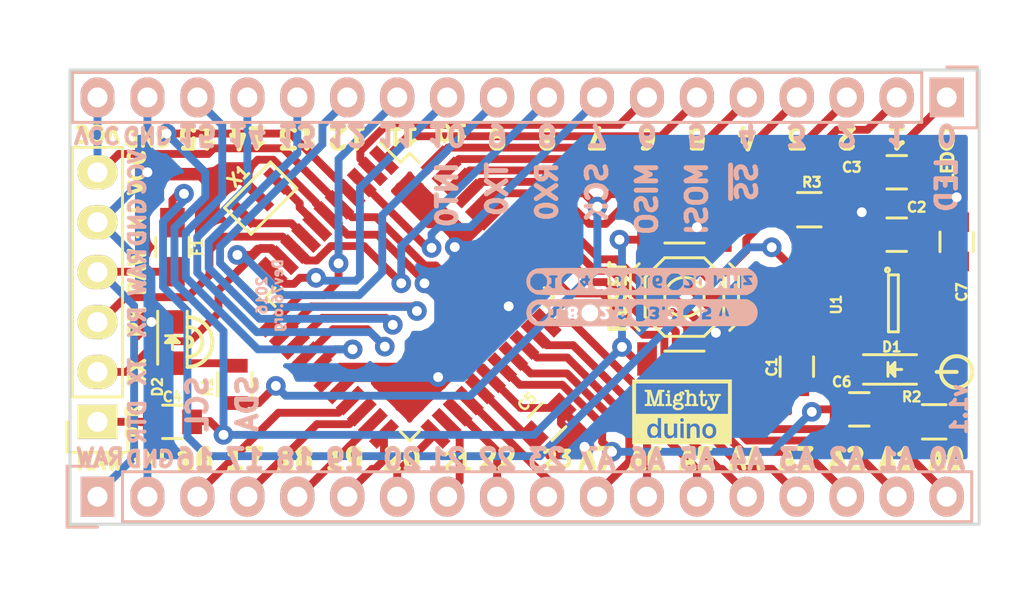
<source format=kicad_pcb>
(kicad_pcb (version 4) (host pcbnew 4.0.4-stable)
  (title_block (title Mightyduino) (date 2016-12-07) (rev 1.1) (company dev76.org))
  (layers (0 F.Cu signal) (31 B.Cu signal) (34 B.Paste user) (35 F.Paste user) (36 B.SilkS user) (37 F.SilkS user) (38 B.Mask user) (39 F.Mask user) (44 Edge.Cuts user))
  (net 0 "")
  (net 1 "Net-(C1-Pad1)")
  (net 2 GND)
  (net 3 VCC)
  (net 4 /RESET)
  (net 5 /DTR)
  (net 6 "Net-(C6-Pad1)")
  (net 7 "Net-(D1-Pad2)")
  (net 8 "Net-(D2-Pad2)")
  (net 9 /RAW)
  (net 10 /D5)
  (net 11 /D6)
  (net 12 /D7)
  (net 13 "Net-(IC1-Pad7)")
  (net 14 "Net-(IC1-Pad8)")
  (net 15 /D8)
  (net 16 /D9)
  (net 17 /D10)
  (net 18 /D11)
  (net 19 /D12)
  (net 20 /D13)
  (net 21 /D14)
  (net 22 /D15)
  (net 23 /D16)
  (net 24 /D17)
  (net 25 /D18)
  (net 26 /D19)
  (net 27 /D20)
  (net 28 /D21)
  (net 29 /D22)
  (net 30 /D23)
  (net 31 /A7)
  (net 32 /A6)
  (net 33 /A5)
  (net 34 /A4)
  (net 35 /A3)
  (net 36 /A2)
  (net 37 /A1)
  (net 38 /A0)
  (net 39 /D0)
  (net 40 /D1)
  (net 41 /D2)
  (net 42 /D3)
  (net 43 /D4)
  (net 44 "Net-(C7-Pad1)")
  (module Capacitors_SMD:C_0805 (layer F.Cu) (at 165.1 114.03 270)
    (fp_text reference C1 (at 0.016 1.27 270) (layer F.SilkS) (effects (font (size 0.5 0.5) (thickness 0.125))))
    (fp_text value 10u)
    (pad 1 smd rect (at -1 0 270) (size 1 1.25) (layers F.Cu F.Paste F.Mask) (net 1 "Net-(C1-Pad1)"))
    (pad 2 smd rect (at 1 0 270) (size 1 1.25) (layers F.Cu F.Paste F.Mask) (net 2 GND))
  )
  (module Capacitors_SMD:C_0805 (layer F.Cu) (at 170.18 107.315 180)
    (fp_text reference C2 (at -1.016 1.397 180) (layer F.SilkS) (effects (font (size 0.5 0.5) (thickness 0.125))))
    (fp_text value 100n)
    (pad 1 smd rect (at -1 0 180) (size 1 1.25) (layers F.Cu F.Paste F.Mask) (net 3 VCC))
    (pad 2 smd rect (at 1 0 180) (size 1 1.25) (layers F.Cu F.Paste F.Mask) (net 2 GND))
  )
  (module Capacitors_SMD:C_0805 (layer F.Cu) (at 170.18 104.14 180)
    (fp_text reference C3 (at 2.286 0.254 180) (layer F.SilkS) (effects (font (size 0.5 0.5) (thickness 0.125))))
    (fp_text value 10u)
    (pad 1 smd rect (at -1 0 180) (size 1 1.25) (layers F.Cu F.Paste F.Mask) (net 3 VCC))
    (pad 2 smd rect (at 1 0 180) (size 1 1.25) (layers F.Cu F.Paste F.Mask) (net 2 GND))
  )
  (module Capacitors_SMD:C_0805 (layer F.Cu) (at 152.4 116.84 45)
    (fp_text reference C5 (at 0 -1.436841 45) (layer F.SilkS) (effects (font (size 0.5 0.5) (thickness 0.125))))
    (fp_text value 100n)
    (pad 1 smd rect (at -1 0 45) (size 1 1.25) (layers F.Cu F.Paste F.Mask) (net 3 VCC))
    (pad 2 smd rect (at 1 0 45) (size 1 1.25) (layers F.Cu F.Paste F.Mask) (net 2 GND))
  )
  (module Capacitors_SMD:C_0805 (layer F.Cu) (at 168.275 116.205)
    (fp_text reference C6 (at -0.889 -1.397) (layer F.SilkS) (effects (font (size 0.5 0.5) (thickness 0.125))))
    (fp_text value 100n)
    (pad 1 smd rect (at -1 0) (size 1 1.25) (layers F.Cu F.Paste F.Mask) (net 6 "Net-(C6-Pad1)"))
    (pad 2 smd rect (at 1 0) (size 1 1.25) (layers F.Cu F.Paste F.Mask) (net 2 GND))
  )
  (module LEDs:LED_0805 (layer F.Cu) (at 133.35 112.80902 270)
    (fp_text reference D2 (at 2.25298 0.762 270) (layer F.SilkS) (effects (font (size 0.5 0.5) (thickness 0.125))))
    (fp_text value blue)
    (pad 2 smd rect (at 1.04902 0 90) (size 1.19888 1.19888) (layers F.Cu F.Paste F.Mask) (net 8 "Net-(D2-Pad2)"))
    (pad 1 smd rect (at -1.04902 0 90) (size 1.19888 1.19888) (layers F.Cu F.Paste F.Mask) (net 2 GND))
  )
  (module Capacitors_SMD:C_0805_HandSoldering (layer F.Cu) (at 133.35 107.95 90)
    (fp_text reference F1 (at 0 1.27 90) (layer F.SilkS) (effects (font (size 0.5 0.5) (thickness 0.125))))
    (fp_text value 500mA hide)
    (pad 1 smd rect (at -1.25 0 90) (size 1.5 1.25) (layers F.Cu F.Paste F.Mask) (net 9 /RAW))
    (pad 2 smd rect (at 1.25 0 90) (size 1.5 1.25) (layers F.Cu F.Paste F.Mask) (net 1 "Net-(C1-Pad1)"))
  )
  (module Housings_QFP:LQFP-44_10x10mm_Pitch0.8mm (layer F.Cu) (at 145.415 110.49 315)
    (fp_text reference IC1 hide)
    (fp_text value ATMEGA644P-A hide)
    (pad 1 smd rect (at -5.85 -4 315) (size 1.6 0.56) (layers F.Cu F.Paste F.Mask) (net 10 /D5))
    (pad 2 smd rect (at -5.85 -3.2 315) (size 1.6 0.56) (layers F.Cu F.Paste F.Mask) (net 11 /D6))
    (pad 3 smd rect (at -5.85 -2.4 315) (size 1.6 0.56) (layers F.Cu F.Paste F.Mask) (net 12 /D7))
    (pad 4 smd rect (at -5.85 -1.6 315) (size 1.6 0.56) (layers F.Cu F.Paste F.Mask) (net 4 /RESET))
    (pad 5 smd rect (at -5.85 -0.8 315) (size 1.6 0.56) (layers F.Cu F.Paste F.Mask) (net 3 VCC))
    (pad 6 smd rect (at -5.85 0 315) (size 1.6 0.56) (layers F.Cu F.Paste F.Mask) (net 2 GND))
    (pad 7 smd rect (at -5.85 0.8 315) (size 1.6 0.56) (layers F.Cu F.Paste F.Mask) (net 13 "Net-(IC1-Pad7)"))
    (pad 8 smd rect (at -5.85 1.6 315) (size 1.6 0.56) (layers F.Cu F.Paste F.Mask) (net 14 "Net-(IC1-Pad8)"))
    (pad 9 smd rect (at -5.85 2.4 315) (size 1.6 0.56) (layers F.Cu F.Paste F.Mask) (net 15 /D8))
    (pad 10 smd rect (at -5.85 3.2 315) (size 1.6 0.56) (layers F.Cu F.Paste F.Mask) (net 16 /D9))
    (pad 11 smd rect (at -5.85 4 315) (size 1.6 0.56) (layers F.Cu F.Paste F.Mask) (net 17 /D10))
    (pad 12 smd rect (at -4 5.85 45) (size 1.6 0.56) (layers F.Cu F.Paste F.Mask) (net 18 /D11))
    (pad 13 smd rect (at -3.2 5.85 45) (size 1.6 0.56) (layers F.Cu F.Paste F.Mask) (net 19 /D12))
    (pad 14 smd rect (at -2.4 5.85 45) (size 1.6 0.56) (layers F.Cu F.Paste F.Mask) (net 20 /D13))
    (pad 15 smd rect (at -1.6 5.85 45) (size 1.6 0.56) (layers F.Cu F.Paste F.Mask) (net 21 /D14))
    (pad 16 smd rect (at -0.8 5.85 45) (size 1.6 0.56) (layers F.Cu F.Paste F.Mask) (net 22 /D15))
    (pad 17 smd rect (at 0 5.85 45) (size 1.6 0.56) (layers F.Cu F.Paste F.Mask) (net 3 VCC))
    (pad 18 smd rect (at 0.8 5.85 45) (size 1.6 0.56) (layers F.Cu F.Paste F.Mask) (net 2 GND))
    (pad 19 smd rect (at 1.6 5.85 45) (size 1.6 0.56) (layers F.Cu F.Paste F.Mask) (net 23 /D16))
    (pad 20 smd rect (at 2.4 5.85 45) (size 1.6 0.56) (layers F.Cu F.Paste F.Mask) (net 24 /D17))
    (pad 21 smd rect (at 3.2 5.85 45) (size 1.6 0.56) (layers F.Cu F.Paste F.Mask) (net 25 /D18))
    (pad 22 smd rect (at 4 5.85 45) (size 1.6 0.56) (layers F.Cu F.Paste F.Mask) (net 26 /D19))
    (pad 23 smd rect (at 5.85 4 315) (size 1.6 0.56) (layers F.Cu F.Paste F.Mask) (net 27 /D20))
    (pad 24 smd rect (at 5.85 3.2 315) (size 1.6 0.56) (layers F.Cu F.Paste F.Mask) (net 28 /D21))
    (pad 25 smd rect (at 5.85 2.4 315) (size 1.6 0.56) (layers F.Cu F.Paste F.Mask) (net 29 /D22))
    (pad 26 smd rect (at 5.85 1.6 315) (size 1.6 0.56) (layers F.Cu F.Paste F.Mask) (net 30 /D23))
    (pad 27 smd rect (at 5.85 0.8 315) (size 1.6 0.56) (layers F.Cu F.Paste F.Mask) (net 3 VCC))
    (pad 28 smd rect (at 5.85 0 315) (size 1.6 0.56) (layers F.Cu F.Paste F.Mask) (net 2 GND))
    (pad 29 smd rect (at 5.85 -0.8 315) (size 1.6 0.56) (layers F.Cu F.Paste F.Mask) (net 6 "Net-(C6-Pad1)"))
    (pad 30 smd rect (at 5.85 -1.6 315) (size 1.6 0.56) (layers F.Cu F.Paste F.Mask) (net 31 /A7))
    (pad 31 smd rect (at 5.85 -2.4 315) (size 1.6 0.56) (layers F.Cu F.Paste F.Mask) (net 32 /A6))
    (pad 32 smd rect (at 5.85 -3.2 315) (size 1.6 0.56) (layers F.Cu F.Paste F.Mask) (net 33 /A5))
    (pad 33 smd rect (at 5.85 -4 315) (size 1.6 0.56) (layers F.Cu F.Paste F.Mask) (net 34 /A4))
    (pad 34 smd rect (at 4 -5.85 45) (size 1.6 0.56) (layers F.Cu F.Paste F.Mask) (net 35 /A3))
    (pad 35 smd rect (at 3.2 -5.85 45) (size 1.6 0.56) (layers F.Cu F.Paste F.Mask) (net 36 /A2))
    (pad 36 smd rect (at 2.4 -5.85 45) (size 1.6 0.56) (layers F.Cu F.Paste F.Mask) (net 37 /A1))
    (pad 37 smd rect (at 1.6 -5.85 45) (size 1.6 0.56) (layers F.Cu F.Paste F.Mask) (net 38 /A0))
    (pad 38 smd rect (at 0.8 -5.85 45) (size 1.6 0.56) (layers F.Cu F.Paste F.Mask) (net 3 VCC))
    (pad 39 smd rect (at 0 -5.85 45) (size 1.6 0.56) (layers F.Cu F.Paste F.Mask) (net 2 GND))
    (pad 40 smd rect (at -0.8 -5.85 45) (size 1.6 0.56) (layers F.Cu F.Paste F.Mask) (net 39 /D0))
    (pad 41 smd rect (at -1.6 -5.85 45) (size 1.6 0.56) (layers F.Cu F.Paste F.Mask) (net 40 /D1))
    (pad 42 smd rect (at -2.4 -5.85 45) (size 1.6 0.56) (layers F.Cu F.Paste F.Mask) (net 41 /D2))
    (pad 43 smd rect (at -3.2 -5.85 45) (size 1.6 0.56) (layers F.Cu F.Paste F.Mask) (net 42 /D3))
    (pad 44 smd rect (at -4 -5.85 45) (size 1.6 0.56) (layers F.Cu F.Paste F.Mask) (net 43 /D4))
  )
  (module Pin_Headers:Pin_Header_Straight_1x18 (layer B.Cu) (at 172.72 100.33 90)
    (fp_text reference P1 hide)
    (fp_text value CONN_01X18)
    (pad 1 thru_hole rect (at 0 0 90) (size 2.032 1.7272) (drill 1.016) (layers *.Cu *.Mask B.SilkS) (net 39 /D0))
    (pad 2 thru_hole oval (at 0 -2.54 90) (size 2.032 1.7272) (drill 1.016) (layers *.Cu *.Mask B.SilkS) (net 40 /D1))
    (pad 3 thru_hole oval (at 0 -5.08 90) (size 2.032 1.7272) (drill 1.016) (layers *.Cu *.Mask B.SilkS) (net 41 /D2))
    (pad 4 thru_hole oval (at 0 -7.62 90) (size 2.032 1.7272) (drill 1.016) (layers *.Cu *.Mask B.SilkS) (net 42 /D3))
    (pad 5 thru_hole oval (at 0 -10.16 90) (size 2.032 1.7272) (drill 1.016) (layers *.Cu *.Mask B.SilkS) (net 43 /D4))
    (pad 6 thru_hole oval (at 0 -12.7 90) (size 2.032 1.7272) (drill 1.016) (layers *.Cu *.Mask B.SilkS) (net 10 /D5))
    (pad 7 thru_hole oval (at 0 -15.24 90) (size 2.032 1.7272) (drill 1.016) (layers *.Cu *.Mask B.SilkS) (net 11 /D6))
    (pad 8 thru_hole oval (at 0 -17.78 90) (size 2.032 1.7272) (drill 1.016) (layers *.Cu *.Mask B.SilkS) (net 12 /D7))
    (pad 9 thru_hole oval (at 0 -20.32 90) (size 2.032 1.7272) (drill 1.016) (layers *.Cu *.Mask B.SilkS) (net 15 /D8))
    (pad 10 thru_hole oval (at 0 -22.86 90) (size 2.032 1.7272) (drill 1.016) (layers *.Cu *.Mask B.SilkS) (net 16 /D9))
    (pad 11 thru_hole oval (at 0 -25.4 90) (size 2.032 1.7272) (drill 1.016) (layers *.Cu *.Mask B.SilkS) (net 17 /D10))
    (pad 12 thru_hole oval (at 0 -27.94 90) (size 2.032 1.7272) (drill 1.016) (layers *.Cu *.Mask B.SilkS) (net 18 /D11))
    (pad 13 thru_hole oval (at 0 -30.48 90) (size 2.032 1.7272) (drill 1.016) (layers *.Cu *.Mask B.SilkS) (net 19 /D12))
    (pad 14 thru_hole oval (at 0 -33.02 90) (size 2.032 1.7272) (drill 1.016) (layers *.Cu *.Mask B.SilkS) (net 20 /D13))
    (pad 15 thru_hole oval (at 0 -35.56 90) (size 2.032 1.7272) (drill 1.016) (layers *.Cu *.Mask B.SilkS) (net 21 /D14))
    (pad 16 thru_hole oval (at 0 -38.1 90) (size 2.032 1.7272) (drill 1.016) (layers *.Cu *.Mask B.SilkS) (net 22 /D15))
    (pad 17 thru_hole oval (at 0 -40.64 90) (size 2.032 1.7272) (drill 1.016) (layers *.Cu *.Mask B.SilkS) (net 2 GND))
    (pad 18 thru_hole oval (at 0 -43.18 90) (size 2.032 1.7272) (drill 1.016) (layers *.Cu *.Mask B.SilkS) (net 3 VCC))
  )
  (module Pin_Headers:Pin_Header_Straight_1x06 (layer F.Cu) (at 129.54 116.84 180)
    (fp_text reference P2 hide)
    (fp_text value CONN_01X06)
    (pad 1 thru_hole rect (at 0 0 180) (size 2.032 1.7272) (drill 1.016) (layers *.Cu *.Mask F.SilkS) (net 5 /DTR))
    (pad 2 thru_hole oval (at 0 2.54 180) (size 2.032 1.7272) (drill 1.016) (layers *.Cu *.Mask F.SilkS) (net 16 /D9))
    (pad 3 thru_hole oval (at 0 5.08 180) (size 2.032 1.7272) (drill 1.016) (layers *.Cu *.Mask F.SilkS) (net 15 /D8))
    (pad 4 thru_hole oval (at 0 7.62 180) (size 2.032 1.7272) (drill 1.016) (layers *.Cu *.Mask F.SilkS) (net 9 /RAW))
    (pad 5 thru_hole oval (at 0 10.16 180) (size 2.032 1.7272) (drill 1.016) (layers *.Cu *.Mask F.SilkS) (net 2 GND))
    (pad 6 thru_hole oval (at 0 12.7 180) (size 2.032 1.7272) (drill 1.016) (layers *.Cu *.Mask F.SilkS) (net 3 VCC))
  )
  (module Pin_Headers:Pin_Header_Straight_1x18 (layer B.Cu) (at 129.54 120.65 270)
    (fp_text reference P3 hide)
    (fp_text value CONN_01X18)
    (pad 1 thru_hole rect (at 0 0 270) (size 2.032 1.7272) (drill 1.016) (layers *.Cu *.Mask B.SilkS) (net 9 /RAW))
    (pad 2 thru_hole oval (at 0 -2.54 270) (size 2.032 1.7272) (drill 1.016) (layers *.Cu *.Mask B.SilkS) (net 2 GND))
    (pad 3 thru_hole oval (at 0 -5.08 270) (size 2.032 1.7272) (drill 1.016) (layers *.Cu *.Mask B.SilkS) (net 23 /D16))
    (pad 4 thru_hole oval (at 0 -7.62 270) (size 2.032 1.7272) (drill 1.016) (layers *.Cu *.Mask B.SilkS) (net 24 /D17))
    (pad 5 thru_hole oval (at 0 -10.16 270) (size 2.032 1.7272) (drill 1.016) (layers *.Cu *.Mask B.SilkS) (net 25 /D18))
    (pad 6 thru_hole oval (at 0 -12.7 270) (size 2.032 1.7272) (drill 1.016) (layers *.Cu *.Mask B.SilkS) (net 26 /D19))
    (pad 7 thru_hole oval (at 0 -15.24 270) (size 2.032 1.7272) (drill 1.016) (layers *.Cu *.Mask B.SilkS) (net 27 /D20))
    (pad 8 thru_hole oval (at 0 -17.78 270) (size 2.032 1.7272) (drill 1.016) (layers *.Cu *.Mask B.SilkS) (net 28 /D21))
    (pad 9 thru_hole oval (at 0 -20.32 270) (size 2.032 1.7272) (drill 1.016) (layers *.Cu *.Mask B.SilkS) (net 29 /D22))
    (pad 10 thru_hole oval (at 0 -22.86 270) (size 2.032 1.7272) (drill 1.016) (layers *.Cu *.Mask B.SilkS) (net 30 /D23))
    (pad 11 thru_hole oval (at 0 -25.4 270) (size 2.032 1.7272) (drill 1.016) (layers *.Cu *.Mask B.SilkS) (net 31 /A7))
    (pad 12 thru_hole oval (at 0 -27.94 270) (size 2.032 1.7272) (drill 1.016) (layers *.Cu *.Mask B.SilkS) (net 32 /A6))
    (pad 13 thru_hole oval (at 0 -30.48 270) (size 2.032 1.7272) (drill 1.016) (layers *.Cu *.Mask B.SilkS) (net 33 /A5))
    (pad 14 thru_hole oval (at 0 -33.02 270) (size 2.032 1.7272) (drill 1.016) (layers *.Cu *.Mask B.SilkS) (net 34 /A4))
    (pad 15 thru_hole oval (at 0 -35.56 270) (size 2.032 1.7272) (drill 1.016) (layers *.Cu *.Mask B.SilkS) (net 35 /A3))
    (pad 16 thru_hole oval (at 0 -38.1 270) (size 2.032 1.7272) (drill 1.016) (layers *.Cu *.Mask B.SilkS) (net 36 /A2))
    (pad 17 thru_hole oval (at 0 -40.64 270) (size 2.032 1.7272) (drill 1.016) (layers *.Cu *.Mask B.SilkS) (net 37 /A1))
    (pad 18 thru_hole oval (at 0 -43.18 270) (size 2.032 1.7272) (drill 1.016) (layers *.Cu *.Mask B.SilkS) (net 38 /A0))
  )
  (module Resistors_SMD:R_0805 (layer F.Cu) (at 136.525 114.935 270)
    (fp_text reference R1 (at 0.127 1.397 270) (layer F.SilkS) (effects (font (size 0.5 0.5) (thickness 0.125))))
    (fp_text value 330)
    (pad 1 smd rect (at -0.95 0 270) (size 0.7 1.3) (layers F.Cu F.Paste F.Mask) (net 8 "Net-(D2-Pad2)"))
    (pad 2 smd rect (at 0.95 0 270) (size 0.7 1.3) (layers F.Cu F.Paste F.Mask) (net 39 /D0))
  )
  (module Resistors_SMD:R_0805 (layer F.Cu) (at 172.085 116.84)
    (fp_text reference R2 (at -1.143 -1.27) (layer F.SilkS) (effects (font (size 0.5 0.5) (thickness 0.125))))
    (fp_text value 330)
    (pad 1 smd rect (at -0.95 0) (size 0.7 1.3) (layers F.Cu F.Paste F.Mask) (net 7 "Net-(D1-Pad2)"))
    (pad 2 smd rect (at 0.95 0) (size 0.7 1.3) (layers F.Cu F.Paste F.Mask) (net 3 VCC))
  )
  (module Resistors_SMD:R_0805 (layer F.Cu) (at 165.735 106.045 180)
    (fp_text reference R3 (at -0.127 1.397 180) (layer F.SilkS) (effects (font (size 0.5 0.5) (thickness 0.125))))
    (fp_text value 10k)
    (pad 1 smd rect (at -0.95 0 180) (size 0.7 1.3) (layers F.Cu F.Paste F.Mask) (net 3 VCC))
    (pad 2 smd rect (at 0.95 0 180) (size 0.7 1.3) (layers F.Cu F.Paste F.Mask) (net 4 /RESET))
  )
  (module Buttons_Switches_SMD:SW_SPST_TL3342 (layer F.Cu) (at 159.385 110.49 270)
    (fp_text reference SW1 hide)
    (fp_text value RESET)
    (pad 1 smd rect (at -3.15 -1.9 270) (size 1.7 1) (layers F.Cu F.Paste F.Mask) (net 2 GND))
    (pad 1 smd rect (at 3.15 -1.9 270) (size 1.7 1) (layers F.Cu F.Paste F.Mask) (net 2 GND))
    (pad 2 smd rect (at -3.15 1.9 270) (size 1.7 1) (layers F.Cu F.Paste F.Mask) (net 4 /RESET))
    (pad 2 smd rect (at 3.15 1.9 270) (size 1.7 1) (layers F.Cu F.Paste F.Mask) (net 4 /RESET))
  )
  (module parts:CSTCEv2 (layer F.Cu) (at 137.795 105.41 225)
    (fp_text reference X1 (at 0 1.524 225) (layer F.SilkS) (effects (font (size 0.6 0.6))))
    (fp_text value "CSTCE 16MHZ" hide)
    (pad 3 smd rect (at 0 -0.0365 225) (size 0.5 1.5) (layers F.Cu F.Paste F.Mask) (net 2 GND))
    (pad 2 smd rect (at 1.2 -0.0365 225) (size 0.5 1.5) (layers F.Cu F.Paste F.Mask) (net 14 "Net-(IC1-Pad8)"))
    (pad 1 smd rect (at -1.2 -0.0365 225) (size 0.5 1.5) (layers F.Cu F.Paste F.Mask) (net 13 "Net-(IC1-Pad7)"))
  )
  (module Capacitors_SMD:C_0805 (layer F.Cu) (at 173.228 107.68 90)
    (fp_text reference C7 (at -2.556 0.254 90) (layer F.SilkS) (effects (font (size 0.5 0.5) (thickness 0.125))))
    (fp_text value 470p)
    (pad 1 smd rect (at -1 0 90) (size 1 1.25) (layers F.Cu F.Paste F.Mask) (net 44 "Net-(C7-Pad1)"))
    (pad 2 smd rect (at 1 0 90) (size 1 1.25) (layers F.Cu F.Paste F.Mask) (net 2 GND))
  )
  (module TO_SOT_Packages_SMD:SOT-23-5 (layer F.Cu) (at 170.01 110.81)
    (fp_text reference U1 (at -2.9034 0.061 90) (layer F.SilkS) (effects (font (size 0.5 0.5) (thickness 0.125))))
    (fp_text value MIC5219-3.3YM5 hide)
    (pad 1 smd rect (at -1.1 -0.95) (size 1.06 0.65) (layers F.Cu F.Paste F.Mask) (net 1 "Net-(C1-Pad1)"))
    (pad 2 smd rect (at -1.1 0) (size 1.06 0.65) (layers F.Cu F.Paste F.Mask) (net 2 GND))
    (pad 3 smd rect (at -1.1 0.95) (size 1.06 0.65) (layers F.Cu F.Paste F.Mask) (net 2 GND))
    (pad 4 smd rect (at 1.1 0.95) (size 1.06 0.65) (layers F.Cu F.Paste F.Mask) (net 44 "Net-(C7-Pad1)"))
    (pad 5 smd rect (at 1.1 -0.95) (size 1.06 0.65) (layers F.Cu F.Paste F.Mask) (net 3 VCC))
  )
  (module Capacitors_SMD:C_0805 (layer F.Cu) (at 133.35 116.84 180)
    (fp_text reference C4 (at 0 1.27 180) (layer F.SilkS) (effects (font (size 0.5 0.5) (thickness 0.125))))
    (fp_text value 100n)
    (pad 1 smd rect (at -1 0 180) (size 1 1.25) (layers F.Cu F.Paste F.Mask) (net 4 /RESET))
    (pad 2 smd rect (at 1 0 180) (size 1 1.25) (layers F.Cu F.Paste F.Mask) (net 5 /DTR))
  )
  (module LEDs:LED_0805 (layer F.Cu) (at 170.08602 114.173)
    (fp_text reference D1 (at -0.16002 -1.143) (layer F.SilkS) (effects (font (size 0.5 0.5) (thickness 0.125))))
    (fp_text value red)
    (pad 2 smd rect (at 1.04902 0 180) (size 1.19888 1.19888) (layers F.Cu F.Paste F.Mask) (net 7 "Net-(D1-Pad2)"))
    (pad 1 smd rect (at -1.04902 0 180) (size 1.19888 1.19888) (layers F.Cu F.Paste F.Mask) (net 2 GND))
  )
  (module parts:logo_small_solder_mask (layer B.Cu) (at 168.91 110.49 270)
    (fp_text reference G*** hide)
    (fp_text value LOGO hide)
  )
  (module parts:dev76logo (layer B.Cu) (at 161.29 115.57 180)
    (fp_text reference G*** hide)
    (fp_text value LOGO hide)
  )
  (module parts:logo_oshw (layer B.Cu) (at 163.576 113.792 180)
    (fp_text reference G*** hide)
    (fp_text value LOGO hide)
  )
  (module parts:specs (layer B.Cu) (at 157.226 110.49)
    (fp_text reference G*** hide)
    (fp_text value LOGO hide)
  )
  (module parts:logo_silk (layer F.Cu) (at 159.258 116.332)
    (fp_text reference G*** hide)
    (fp_text value LOGO hide)
  )
  (gr_line (start 172.212 114.3) (end 173.228 114.3) (layer F.SilkS) (width 0.2))
  (gr_circle (center 173.228 114.3) (end 173.482 113.538) (layer F.SilkS) (width 0.2))
  (gr_arc (start 134.112 112.776) (end 134.112 111.506) (angle 180) (layer F.SilkS) (width 0.2))
  (gr_arc (start 134.112 112.776) (end 134.112 112.014) (angle 180) (layer F.SilkS) (width 0.2))
  (gr_arc (start 134.112 112.776) (end 134.112 112.522) (angle 161.5650512) (layer F.SilkS) (width 0.2))
  (gr_text v1.1 (at 173.355 116.205 90) (layer B.SilkS) (effects (font (size 0.8 0.8) (thickness 0.2)) (justify mirror)))
  (gr_text "2016\nDev76.org" (at 138.303 110.4138 90) (layer B.SilkS) (effects (font (size 0.5 0.5) (thickness 0.125)) (justify mirror)))
  (gr_line (start 128.143 98.933) (end 128.143 98.933) (layer Edge.Cuts) (width 0.15))
  (gr_line (start 128.143 122.047) (end 128.143 98.933) (layer Edge.Cuts) (width 0.15))
  (gr_line (start 174.371 122.047) (end 128.143 122.047) (layer Edge.Cuts) (width 0.15))
  (gr_line (start 174.371 98.933) (end 174.371 122.047) (layer Edge.Cuts) (width 0.15))
  (gr_line (start 128.143 98.933) (end 174.371 98.933) (layer Edge.Cuts) (width 0.15))
  (gr_text ~SS (at 162.56 103.505 90) (layer B.SilkS) (effects (font (size 1 1) (thickness 0.25)) (justify left mirror)))
  (gr_text INT0 (at 147.32 103.505 90) (layer B.SilkS) (effects (font (size 1 1) (thickness 0.25)) (justify left mirror)))
  (gr_text TX0 (at 149.86 103.505 90) (layer B.SilkS) (effects (font (size 1 1) (thickness 0.25)) (justify left mirror)))
  (gr_text RX0 (at 152.4 103.505 90) (layer B.SilkS) (effects (font (size 1 1) (thickness 0.25)) (justify left mirror)))
  (gr_text SDA (at 137.16 117.475 90) (layer B.SilkS) (effects (font (size 1 1) (thickness 0.25)) (justify right mirror)))
  (gr_text SCL (at 134.62 117.475 90) (layer B.SilkS) (effects (font (size 1 1) (thickness 0.25)) (justify right mirror)))
  (gr_text SCK (at 154.94 103.505 90) (layer B.SilkS) (effects (font (size 1 1) (thickness 0.25)) (justify left mirror)))
  (gr_text MISO (at 157.48 103.505 90) (layer B.SilkS) (effects (font (size 1 1) (thickness 0.25)) (justify left mirror)))
  (gr_text MOSI (at 160.02 103.505 90) (layer B.SilkS) (effects (font (size 1 1) (thickness 0.25)) (justify left mirror)))
  (gr_text LED (at 172.7708 103.886 90) (layer F.SilkS) (effects (font (size 0.6 0.6))))
  (gr_text LED (at 172.72 104.775 90) (layer B.SilkS) (effects (font (size 1 1) (thickness 0.25)) (justify mirror)))
  (gr_text 21 (at 147.32 118.745) (layer B.SilkS) (effects (font (size 1 1) (thickness 0.25)) (justify mirror)))
  (gr_text 23 (at 152.4 118.745) (layer B.SilkS) (effects (font (size 1 1) (thickness 0.25)) (justify mirror)))
  (gr_text 10 (at 147.32 102.235 180) (layer B.SilkS) (effects (font (size 1 1) (thickness 0.25)) (justify mirror)))
  (gr_text 11 (at 144.78 102.235 180) (layer B.SilkS) (effects (font (size 1 1) (thickness 0.25)) (justify mirror)))
  (gr_text GND (at 132.08 102.235 180) (layer B.SilkS) (effects (font (size 0.8 0.8) (thickness 0.2)) (justify mirror)))
  (gr_text VCC (at 129.5146 102.235 180) (layer B.SilkS) (effects (font (size 0.8 0.8) (thickness 0.2)) (justify mirror)))
  (gr_text 15 (at 134.62 102.235 180) (layer B.SilkS) (effects (font (size 1 1) (thickness 0.25)) (justify mirror)))
  (gr_text 2 (at 167.64 102.235 180) (layer B.SilkS) (effects (font (size 1 1) (thickness 0.25)) (justify mirror)))
  (gr_text 3 (at 165.1 102.235 180) (layer B.SilkS) (effects (font (size 1 1) (thickness 0.25)) (justify mirror)))
  (gr_text 1 (at 170.18 102.235 180) (layer B.SilkS) (effects (font (size 1 1) (thickness 0.25)) (justify mirror)))
  (gr_text 0 (at 172.72 102.235 180) (layer B.SilkS) (effects (font (size 1 1) (thickness 0.25)) (justify mirror)))
  (gr_text 13 (at 139.7 102.235 180) (layer B.SilkS) (effects (font (size 1 1) (thickness 0.25)) (justify mirror)))
  (gr_text 14 (at 137.16 102.235 180) (layer B.SilkS) (effects (font (size 1 1) (thickness 0.25)) (justify mirror)))
  (gr_text 12 (at 142.24 102.235 180) (layer B.SilkS) (effects (font (size 1 1) (thickness 0.25)) (justify mirror)))
  (gr_text 9 (at 149.86 102.235 180) (layer B.SilkS) (effects (font (size 1 1) (thickness 0.25)) (justify mirror)))
  (gr_text 4 (at 162.56 102.235 180) (layer B.SilkS) (effects (font (size 1 1) (thickness 0.25)) (justify mirror)))
  (gr_text 5 (at 160.02 102.235 180) (layer B.SilkS) (effects (font (size 1 1) (thickness 0.25)) (justify mirror)))
  (gr_text 8 (at 152.4 102.235 180) (layer B.SilkS) (effects (font (size 1 1) (thickness 0.25)) (justify mirror)))
  (gr_text 6 (at 157.48 102.235 180) (layer B.SilkS) (effects (font (size 1 1) (thickness 0.25)) (justify mirror)))
  (gr_text 7 (at 154.94 102.235 180) (layer B.SilkS) (effects (font (size 1 1) (thickness 0.25)) (justify mirror)))
  (gr_text RAW (at 129.667 118.618) (layer B.SilkS) (effects (font (size 0.8 0.8) (thickness 0.2)) (justify mirror)))
  (gr_text GND (at 132.207 118.745) (layer B.SilkS) (effects (font (size 0.8 0.8) (thickness 0.2)) (justify mirror)))
  (gr_text A1 (at 170.18 118.745) (layer B.SilkS) (effects (font (size 1 1) (thickness 0.25)) (justify mirror)))
  (gr_text A0 (at 172.72 118.745) (layer B.SilkS) (effects (font (size 1 1) (thickness 0.25)) (justify mirror)))
  (gr_text A3 (at 165.1 118.745) (layer B.SilkS) (effects (font (size 1 1) (thickness 0.25)) (justify mirror)))
  (gr_text A2 (at 167.64 118.745) (layer B.SilkS) (effects (font (size 1 1) (thickness 0.25)) (justify mirror)))
  (gr_text 17 (at 137.033 118.745) (layer B.SilkS) (effects (font (size 1 1) (thickness 0.25)) (justify mirror)))
  (gr_text 18 (at 139.573 118.745) (layer B.SilkS) (effects (font (size 1 1) (thickness 0.25)) (justify mirror)))
  (gr_text 16 (at 134.493 118.745) (layer B.SilkS) (effects (font (size 1 1) (thickness 0.25)) (justify mirror)))
  (gr_text 19 (at 142.113 118.745) (layer B.SilkS) (effects (font (size 1 1) (thickness 0.25)) (justify mirror)))
  (gr_text 22 (at 149.86 118.745) (layer B.SilkS) (effects (font (size 1 1) (thickness 0.25)) (justify mirror)))
  (gr_text 20 (at 145.034 118.745) (layer B.SilkS) (effects (font (size 1 1) (thickness 0.25)) (justify mirror)))
  (gr_text A5 (at 160.02 118.745) (layer B.SilkS) (effects (font (size 1 1) (thickness 0.25)) (justify mirror)))
  (gr_text A4 (at 162.56 118.745) (layer B.SilkS) (effects (font (size 1 1) (thickness 0.25)) (justify mirror)))
  (gr_text A7 (at 154.94 118.745) (layer B.SilkS) (effects (font (size 1 1) (thickness 0.25)) (justify mirror)))
  (gr_text A6 (at 157.48 118.745) (layer B.SilkS) (effects (font (size 1 1) (thickness 0.25)) (justify mirror)))
  (gr_text RESET (at 156.0068 110.49 90) (layer F.SilkS) (effects (font (size 0.8 0.8) (thickness 0.2))))
  (gr_text RAW (at 131.561123 109.223181 90) (layer F.SilkS) (effects (font (size 0.8 0.8) (thickness 0.2))))
  (gr_text GND (at 131.561123 106.683181 90) (layer F.SilkS) (effects (font (size 0.8 0.8) (thickness 0.2))))
  (gr_text TX (at 131.561123 114.303181 90) (layer F.SilkS) (effects (font (size 0.8 0.8) (thickness 0.2))))
  (gr_text RX (at 131.561123 111.763181 90) (layer F.SilkS) (effects (font (size 0.8 0.8) (thickness 0.2))))
  (gr_text DTR (at 131.318 116.84 90) (layer F.SilkS) (effects (font (size 0.6 0.6))))
  (gr_text VCC (at 131.561123 104.143181 90) (layer F.SilkS) (effects (font (size 0.8 0.8) (thickness 0.2))))
  (gr_text DTR (at 131.572 116.84 90) (layer B.SilkS) (effects (font (size 0.8 0.8) (thickness 0.2)) (justify mirror)))
  (gr_text TX (at 131.572 114.3 90) (layer B.SilkS) (effects (font (size 0.8 0.8) (thickness 0.2)) (justify mirror)))
  (gr_text RX (at 131.572 111.76 90) (layer B.SilkS) (effects (font (size 0.8 0.8) (thickness 0.2)) (justify mirror)))
  (gr_text RAW (at 131.572 109.22 90) (layer B.SilkS) (effects (font (size 0.8 0.8) (thickness 0.2)) (justify mirror)))
  (gr_text GND (at 131.572 106.68 90) (layer B.SilkS) (effects (font (size 0.8 0.8) (thickness 0.2)) (justify mirror)))
  (gr_text VCC (at 131.572 104.14 90) (layer B.SilkS) (effects (font (size 0.8 0.8) (thickness 0.2)) (justify mirror)))
  (gr_text VCC (at 129.5146 102.1588 180) (layer F.SilkS) (effects (font (size 0.8 0.8) (thickness 0.2))))
  (gr_text GND (at 132.08 102.362 180) (layer F.SilkS) (effects (font (size 0.8 0.8) (thickness 0.2))))
  (gr_text 0 (at 172.72 102.362 180) (layer F.SilkS) (effects (font (size 1 1) (thickness 0.25))))
  (gr_text 1 (at 170.18 102.362 180) (layer F.SilkS) (effects (font (size 1 1) (thickness 0.25))))
  (gr_text 5 (at 160.02 102.362 180) (layer F.SilkS) (effects (font (size 1 1) (thickness 0.25))))
  (gr_text 4 (at 162.56 102.362 180) (layer F.SilkS) (effects (font (size 1 1) (thickness 0.25))))
  (gr_text 3 (at 165.1 102.362 180) (layer F.SilkS) (effects (font (size 1 1) (thickness 0.25))))
  (gr_text 2 (at 167.64 102.362 180) (layer F.SilkS) (effects (font (size 1 1) (thickness 0.25))))
  (gr_text 6 (at 157.48 102.362 180) (layer F.SilkS) (effects (font (size 1 1) (thickness 0.25))))
  (gr_text 7 (at 154.94 102.362 180) (layer F.SilkS) (effects (font (size 1 1) (thickness 0.25))))
  (gr_text 11 (at 145.0594 102.2985 180) (layer F.SilkS) (effects (font (size 0.8 0.8) (thickness 0.2))))
  (gr_text 9 (at 149.86 102.362 180) (layer F.SilkS) (effects (font (size 1 1) (thickness 0.25))))
  (gr_text 10 (at 147.574 102.108 180) (layer F.SilkS) (effects (font (size 0.8 0.8) (thickness 0.2))))
  (gr_text 8 (at 152.4 102.362 180) (layer F.SilkS) (effects (font (size 1 1) (thickness 0.25))))
  (gr_text 13 (at 139.7 102.362 180) (layer F.SilkS) (effects (font (size 1 1) (thickness 0.25))))
  (gr_text 12 (at 142.24 102.362 180) (layer F.SilkS) (effects (font (size 1 1) (thickness 0.25))))
  (gr_text 14 (at 137.16 102.362 180) (layer F.SilkS) (effects (font (size 1 1) (thickness 0.25))))
  (gr_text 15 (at 134.62 102.362 180) (layer F.SilkS) (effects (font (size 1 1) (thickness 0.25))))
  (gr_text RAW (at 129.667 118.872) (layer F.SilkS) (effects (font (size 0.8 0.8) (thickness 0.2))))
  (gr_text GND (at 132.207 118.745) (layer F.SilkS) (effects (font (size 0.8 0.8) (thickness 0.2))))
  (gr_text 17 (at 137.033 118.745) (layer F.SilkS) (effects (font (size 1 1) (thickness 0.25))))
  (gr_text 19 (at 142.113 118.745) (layer F.SilkS) (effects (font (size 1 1) (thickness 0.25))))
  (gr_text 16 (at 134.493 118.745) (layer F.SilkS) (effects (font (size 1 1) (thickness 0.25))))
  (gr_text 18 (at 139.573 118.745) (layer F.SilkS) (effects (font (size 1 1) (thickness 0.25))))
  (gr_text 21 (at 147.828 118.872) (layer F.SilkS) (effects (font (size 0.8 0.8) (thickness 0.2))))
  (gr_text 23 (at 152.908 118.745) (layer F.SilkS) (effects (font (size 0.8 0.8) (thickness 0.2))))
  (gr_text 20 (at 145.034 118.745) (layer F.SilkS) (effects (font (size 1 1) (thickness 0.25))))
  (gr_text 22 (at 149.86 118.745) (layer F.SilkS) (effects (font (size 1 1) (thickness 0.25))))
  (gr_text A6 (at 157.48 118.745) (layer F.SilkS) (effects (font (size 1 1) (thickness 0.25))))
  (gr_text A4 (at 162.56 118.745) (layer F.SilkS) (effects (font (size 1 1) (thickness 0.25))))
  (gr_text A7 (at 154.94 118.745) (layer F.SilkS) (effects (font (size 1 1) (thickness 0.25))))
  (gr_text A5 (at 160.02 118.745) (layer F.SilkS) (effects (font (size 1 1) (thickness 0.25))))
  (gr_text A3 (at 165.1 118.745) (layer F.SilkS) (effects (font (size 1 1) (thickness 0.25))))
  (gr_text A2 (at 167.64 118.745) (layer F.SilkS) (effects (font (size 1 1) (thickness 0.25))))
  (gr_text A1 (at 170.18 118.745) (layer F.SilkS) (effects (font (size 1 1) (thickness 0.25))))
  (gr_text A0 (at 172.72 118.745) (layer F.SilkS) (effects (font (size 1 1) (thickness 0.25))))
  (segment (start 165.71 109.86) (end 165.71 109.843636) (width 0.4) (layer F.Cu) (net 1))
  (segment (start 165.71 109.843636) (end 163.822829 107.956465) (width 0.4) (layer F.Cu) (net 1))
  (segment (start 165.1 113.03) (end 165.1 110.47) (width 0.4) (layer F.Cu) (net 1))
  (segment (start 168.91 109.86) (end 165.71 109.86) (width 0.4) (layer F.Cu) (net 1))
  (segment (start 165.71 109.86) (end 165.1 110.47) (width 0.4) (layer F.Cu) (net 1))
  (segment (start 134.112 111.207296) (end 132.872511 109.967808) (width 0.4) (layer B.Cu) (net 1))
  (segment (start 132.872511 109.967808) (end 132.872511 106.649489) (width 0.4) (layer B.Cu) (net 1))
  (segment (start 133.35 106.7) (end 133.35 105.55) (width 0.4) (layer F.Cu) (net 1))
  (segment (start 152.030046 118.587371) (end 135.097371 118.587371) (width 0.4) (layer B.Cu) (net 1))
  (segment (start 134.112 117.602) (end 134.112 111.207296) (width 0.4) (layer B.Cu) (net 1))
  (segment (start 134.112 105.41) (end 133.935385 105.233385) (width 0.4) (layer B.Cu) (net 1))
  (segment (start 133.612001 105.909999) (end 134.112 105.41) (width 0.4) (layer B.Cu) (net 1))
  (segment (start 132.872511 106.649489) (end 133.612001 105.909999) (width 0.4) (layer B.Cu) (net 1))
  (segment (start 163.822829 107.956465) (end 162.660952 107.956465) (width 0.4) (layer B.Cu) (net 1))
  (segment (start 135.097371 118.587371) (end 134.112 117.602) (width 0.4) (layer B.Cu) (net 1))
  (segment (start 162.660952 107.956465) (end 152.030046 118.587371) (width 0.4) (layer B.Cu) (net 1))
  (segment (start 133.666615 105.233385) (end 133.935385 105.233385) (width 0.4) (layer F.Cu) (net 1))
  (segment (start 133.35 105.55) (end 133.666615 105.233385) (width 0.4) (layer F.Cu) (net 1))
  (via (at 133.935385 105.233385) (size 1) (drill 0.5) (layers F.Cu B.Cu) (net 1))
  (segment (start 163.836364 107.97) (end 163.822829 107.956465) (width 0.4) (layer F.Cu) (net 1))
  (via (at 163.822829 107.956465) (size 1) (drill 0.5) (layers F.Cu B.Cu) (net 1))
  (segment (start 146.104253 114.611662) (end 146.153873 114.562042) (width 0.4) (layer F.Cu) (net 2))
  (segment (start 141.844111 115.19226) (end 142.424709 114.611662) (width 0.4) (layer F.Cu) (net 2))
  (segment (start 142.424709 114.611662) (end 146.104253 114.611662) (width 0.4) (layer F.Cu) (net 2))
  (segment (start 146.153873 114.562042) (end 146.860979 114.562042) (width 0.4) (layer F.Cu) (net 2))
  (segment (start 160.02 106.934) (end 160.879 106.934) (width 0.4) (layer F.Cu) (net 2))
  (segment (start 160.879 106.934) (end 161.285 107.34) (width 0.4) (layer F.Cu) (net 2))
  (segment (start 164.846 106.045) (end 160.909 106.045) (width 0.4) (layer B.Cu) (net 2))
  (segment (start 160.909 106.045) (end 160.02 106.934) (width 0.4) (layer B.Cu) (net 2))
  (via (at 160.02 106.934) (size 1) (drill 0.5) (layers F.Cu B.Cu) (net 2))
  (segment (start 165.608 106.807) (end 164.846 106.045) (width 0.4) (layer B.Cu) (net 2))
  (segment (start 165.608 109.093) (end 165.608 106.807) (width 0.4) (layer B.Cu) (net 2))
  (segment (start 165.227 109.474) (end 165.608 109.093) (width 0.4) (layer B.Cu) (net 2))
  (segment (start 162.894711 111.806289) (end 165.227 109.474) (width 0.4) (layer B.Cu) (net 2))
  (segment (start 160.985044 112.306288) (end 161.485043 111.806289) (width 0.4) (layer B.Cu) (net 2))
  (segment (start 161.485043 111.806289) (end 162.894711 111.806289) (width 0.4) (layer B.Cu) (net 2))
  (segment (start 141.278425 106.353425) (end 140.64203 105.71703) (width 0.4) (layer F.Cu) (net 2))
  (segment (start 140.64203 105.71703) (end 140.64203 105.669003) (width 0.4) (layer F.Cu) (net 2))
  (segment (start 140.64203 105.669003) (end 138.473191 103.500164) (width 0.4) (layer F.Cu) (net 2))
  (segment (start 138.473191 103.500164) (end 137.68696 103.500164) (width 0.4) (layer F.Cu) (net 2))
  (segment (start 137.68696 103.500164) (end 137.219769 103.967355) (width 0.4) (layer F.Cu) (net 2))
  (segment (start 137.219769 103.967355) (end 137.219769 104.438772) (width 0.4) (layer F.Cu) (net 2))
  (segment (start 132.282054 111.052894) (end 132.282054 111.76) (width 0.4) (layer B.Cu) (net 2))
  (segment (start 132.08 109.0676) (end 132.282054 109.269654) (width 0.4) (layer B.Cu) (net 2))
  (segment (start 132.08 111.962054) (end 132.282054 111.76) (width 0.4) (layer B.Cu) (net 2))
  (segment (start 132.08 112.395) (end 132.08 111.962054) (width 0.4) (layer B.Cu) (net 2))
  (segment (start 132.282054 109.269654) (end 132.282054 111.052894) (width 0.4) (layer B.Cu) (net 2))
  (segment (start 133.35 111.76) (end 132.282054 111.76) (width 0.4) (layer F.Cu) (net 2))
  (via (at 132.282054 111.76) (size 1) (drill 0.5) (layers F.Cu B.Cu) (net 2))
  (segment (start 137.219769 104.438772) (end 137.13438 104.353383) (width 0.4) (layer F.Cu) (net 2))
  (segment (start 137.13438 104.353383) (end 132.293383 104.353383) (width 0.4) (layer F.Cu) (net 2))
  (segment (start 132.293383 104.353383) (end 132.08 104.14) (width 0.4) (layer F.Cu) (net 2))
  (segment (start 143.789949 107.315966) (end 146.165037 109.691054) (width 0.4) (layer F.Cu) (net 2))
  (segment (start 146.165037 109.691054) (end 146.165037 109.790027) (width 0.4) (layer F.Cu) (net 2))
  (segment (start 142.240966 107.315966) (end 143.789949 107.315966) (width 0.4) (layer F.Cu) (net 2))
  (segment (start 141.278425 106.353425) (end 142.240966 107.315966) (width 0.4) (layer F.Cu) (net 2))
  (segment (start 147.959114 107.945886) (end 147.706105 107.945886) (width 0.4) (layer F.Cu) (net 2))
  (segment (start 149.551575 106.353425) (end 147.959114 107.945886) (width 0.4) (layer F.Cu) (net 2))
  (via (at 146.165037 109.790027) (size 1) (drill 0.5) (layers F.Cu B.Cu) (net 2))
  (segment (start 147.706105 107.945886) (end 147.706105 108.652992) (width 0.4) (layer B.Cu) (net 2))
  (via (at 147.706105 107.945886) (size 1) (drill 0.5) (layers F.Cu B.Cu) (net 2))
  (segment (start 146.860979 110.485969) (end 146.665036 110.290026) (width 0.4) (layer B.Cu) (net 2))
  (segment (start 147.706105 108.652992) (end 146.56907 109.790027) (width 0.4) (layer B.Cu) (net 2))
  (segment (start 146.860979 114.562042) (end 146.860979 110.485969) (width 0.4) (layer B.Cu) (net 2))
  (segment (start 146.56907 109.790027) (end 146.165037 109.790027) (width 0.4) (layer B.Cu) (net 2))
  (segment (start 146.665036 110.290026) (end 146.165037 109.790027) (width 0.4) (layer B.Cu) (net 2))
  (segment (start 168.402 106.172) (end 168.402 106.537) (width 0.4) (layer F.Cu) (net 2))
  (segment (start 168.402 106.537) (end 169.18 107.315) (width 0.4) (layer F.Cu) (net 2))
  (segment (start 173.228 105.41) (end 169.164 105.41) (width 0.4) (layer B.Cu) (net 2))
  (segment (start 169.164 105.41) (end 168.402 106.172) (width 0.4) (layer B.Cu) (net 2))
  (via (at 168.402 106.172) (size 1) (drill 0.5) (layers F.Cu B.Cu) (net 2))
  (segment (start 173.228 106.68) (end 173.228 105.41) (width 0.4) (layer F.Cu) (net 2))
  (via (at 173.228 105.41) (size 1) (drill 0.5) (layers F.Cu B.Cu) (net 2))
  (segment (start 150.447089 110.959956) (end 146.860979 114.546066) (width 0.4) (layer B.Cu) (net 2))
  (segment (start 146.860979 114.546066) (end 146.860979 114.562042) (width 0.4) (layer B.Cu) (net 2))
  (via (at 146.860979 114.562042) (size 1) (drill 0.5) (layers F.Cu B.Cu) (net 2))
  (segment (start 165.1 115.03) (end 162.325 115.03) (width 0.4) (layer F.Cu) (net 2))
  (segment (start 162.325 115.03) (end 161.285 113.99) (width 0.4) (layer F.Cu) (net 2))
  (segment (start 161.285 113.99) (end 161.285 113.64) (width 0.4) (layer F.Cu) (net 2))
  (segment (start 161.201288 112.306288) (end 160.985044 112.306288) (width 0.4) (layer F.Cu) (net 2))
  (segment (start 161.285 112.39) (end 161.201288 112.306288) (width 0.4) (layer F.Cu) (net 2))
  (segment (start 160.108712 112.306288) (end 160.277938 112.306288) (width 0.4) (layer B.Cu) (net 2))
  (segment (start 154.305 118.11) (end 160.108712 112.306288) (width 0.4) (layer B.Cu) (net 2))
  (segment (start 161.285 113.64) (end 161.285 112.39) (width 0.4) (layer F.Cu) (net 2))
  (segment (start 160.277938 112.306288) (end 160.985044 112.306288) (width 0.4) (layer B.Cu) (net 2))
  (via (at 160.985044 112.306288) (size 1) (drill 0.5) (layers F.Cu B.Cu) (net 2))
  (segment (start 164.975 115.03) (end 165.1 115.03) (width 0.4) (layer F.Cu) (net 2))
  (segment (start 168.91 110.81) (end 169.499002 110.81) (width 0.4) (layer F.Cu) (net 2))
  (segment (start 169.820001 110.489001) (end 169.820001 108.980001) (width 0.4) (layer F.Cu) (net 2))
  (segment (start 169.820001 108.980001) (end 169.18 108.34) (width 0.4) (layer F.Cu) (net 2))
  (segment (start 169.499002 110.81) (end 169.820001 110.489001) (width 0.4) (layer F.Cu) (net 2))
  (segment (start 169.18 108.34) (end 169.18 107.315) (width 0.4) (layer F.Cu) (net 2))
  (segment (start 169.18 107.315) (end 169.18 104.14) (width 0.4) (layer F.Cu) (net 2))
  (segment (start 168.91 110.81) (end 168.91 111.76) (width 0.4) (layer F.Cu) (net 2))
  (segment (start 169.13098 114.3) (end 169.13098 111.98098) (width 0.4) (layer F.Cu) (net 2))
  (segment (start 169.13098 111.98098) (end 168.91 111.76) (width 0.4) (layer F.Cu) (net 2))
  (segment (start 165.1 115.03) (end 168.40098 115.03) (width 0.4) (layer F.Cu) (net 2))
  (segment (start 132.08 104.14) (end 132.08 104.163688) (width 0.4) (layer B.Cu) (net 2))
  (via (at 132.08 104.14) (size 1) (drill 0.5) (layers F.Cu B.Cu) (net 2))
  (segment (start 148.929505 112.47754) (end 149.94709 111.459955) (width 0.4) (layer F.Cu) (net 2))
  (segment (start 149.551575 114.626575) (end 148.929505 114.004504) (width 0.4) (layer F.Cu) (net 2))
  (segment (start 149.94709 111.459955) (end 150.447089 110.959956) (width 0.4) (layer F.Cu) (net 2))
  (segment (start 148.929505 114.004504) (end 148.929505 112.47754) (width 0.4) (layer F.Cu) (net 2))
  (via (at 150.447089 110.959956) (size 1) (drill 0.5) (layers F.Cu B.Cu) (net 2))
  (via (at 154.305 118.11) (size 1) (drill 0.5) (layers F.Cu B.Cu) (net 2))
  (segment (start 153.107107 116.132893) (end 153.107107 116.912107) (width 0.4) (layer F.Cu) (net 2))
  (segment (start 153.107107 116.912107) (end 154.305 118.11) (width 0.4) (layer F.Cu) (net 2))
  (segment (start 132.08 120.65) (end 132.08 109.0676) (width 0.4) (layer B.Cu) (net 2))
  (segment (start 132.08 109.0676) (end 129.6924 106.68) (width 0.4) (layer B.Cu) (net 2))
  (segment (start 129.6924 106.68) (end 129.54 106.68) (width 0.4) (layer B.Cu) (net 2))
  (segment (start 129.6924 106.68) (end 132.08 104.2924) (width 0.4) (layer B.Cu) (net 2))
  (segment (start 132.08 104.2924) (end 132.08 101.746) (width 0.4) (layer B.Cu) (net 2))
  (segment (start 132.08 101.746) (end 132.08 100.33) (width 0.4) (layer B.Cu) (net 2))
  (segment (start 137.219769 104.438772) (end 137.219769 104.834769) (width 0.4) (layer F.Cu) (net 2))
  (segment (start 137.219769 104.834769) (end 137.820809 105.435809) (width 0.4) (layer F.Cu) (net 2))
  (segment (start 153.107107 116.132893) (end 151.057893 116.132893) (width 0.4) (layer F.Cu) (net 2))
  (segment (start 151.057893 116.132893) (end 149.551575 114.626575) (width 0.4) (layer F.Cu) (net 2))
  (segment (start 168.40098 115.03) (end 169.13098 114.3) (width 0.4) (layer F.Cu) (net 2))
  (segment (start 169.275 116.205) (end 169.275 114.44402) (width 0.4) (layer F.Cu) (net 2))
  (segment (start 169.275 114.44402) (end 169.13098 114.3) (width 0.4) (layer F.Cu) (net 2))
  (segment (start 150.753655 106.282716) (end 150.11726 106.919111) (width 0.4) (layer F.Cu) (net 3))
  (segment (start 151.107896 105.928475) (end 150.753655 106.282716) (width 0.4) (layer F.Cu) (net 3))
  (segment (start 155.381222 106.76611) (end 154.542034 106.76611) (width 0.4) (layer F.Cu) (net 3))
  (segment (start 153.704399 105.928475) (end 151.107896 105.928475) (width 0.4) (layer F.Cu) (net 3))
  (segment (start 163.932742 104.995) (end 162.999265 105.928477) (width 0.4) (layer F.Cu) (net 3))
  (segment (start 154.542034 106.76611) (end 153.704399 105.928475) (width 0.4) (layer F.Cu) (net 3))
  (segment (start 156.218855 105.928477) (end 155.381222 106.76611) (width 0.4) (layer F.Cu) (net 3))
  (segment (start 162.999265 105.928477) (end 156.218855 105.928477) (width 0.4) (layer F.Cu) (net 3))
  (segment (start 165.935 104.995) (end 163.932742 104.995) (width 0.4) (layer F.Cu) (net 3))
  (segment (start 166.685 105.745) (end 165.935 104.995) (width 0.4) (layer F.Cu) (net 3))
  (segment (start 166.685 106.045) (end 166.685 105.745) (width 0.4) (layer F.Cu) (net 3))
  (segment (start 173.035 116.84) (end 173.059835 116.815165) (width 0.4) (layer F.Cu) (net 3))
  (segment (start 173.059835 116.815165) (end 173.059835 113.486679) (width 0.4) (layer F.Cu) (net 3))
  (segment (start 173.059835 113.486679) (end 172.424881 112.851725) (width 0.4) (layer F.Cu) (net 3))
  (segment (start 170.319812 112.851725) (end 169.979546 112.511459) (width 0.4) (layer F.Cu) (net 3))
  (segment (start 172.424881 112.851725) (end 170.319812 112.851725) (width 0.4) (layer F.Cu) (net 3))
  (segment (start 169.979546 112.511459) (end 169.979546 111.195454) (width 0.4) (layer F.Cu) (net 3))
  (segment (start 169.979546 111.195454) (end 171.315 109.86) (width 0.4) (layer F.Cu) (net 3))
  (segment (start 171.315 109.86) (end 171.11 109.86) (width 0.4) (layer F.Cu) (net 3))
  (segment (start 141.844111 105.78774) (end 138.976526 102.920155) (width 0.4) (layer F.Cu) (net 3))
  (segment (start 138.976526 102.920155) (end 135.451252 102.920155) (width 0.4) (layer F.Cu) (net 3))
  (segment (start 135.451252 102.920155) (end 135.165859 103.205548) (width 0.4) (layer F.Cu) (net 3))
  (segment (start 135.165859 103.205548) (end 130.626852 103.205548) (width 0.4) (layer F.Cu) (net 3))
  (segment (start 130.626852 103.205548) (end 129.6924 104.14) (width 0.4) (layer F.Cu) (net 3))
  (segment (start 129.6924 104.14) (end 129.54 104.14) (width 0.4) (layer F.Cu) (net 3))
  (segment (start 141.873349 114.031651) (end 141.278425 114.626575) (width 0.4) (layer F.Cu) (net 3))
  (segment (start 145.045279 114.031651) (end 141.873349 114.031651) (width 0.4) (layer F.Cu) (net 3))
  (segment (start 146.667265 112.409665) (end 145.045279 114.031651) (width 0.4) (layer F.Cu) (net 3))
  (segment (start 142.480506 106.424135) (end 143.718377 106.424135) (width 0.4) (layer F.Cu) (net 3))
  (segment (start 143.718377 106.424135) (end 146.17675 108.882508) (width 0.4) (layer F.Cu) (net 3))
  (segment (start 146.17675 108.882508) (end 146.732627 108.882508) (width 0.4) (layer F.Cu) (net 3))
  (segment (start 146.732627 108.882508) (end 147.443245 109.593126) (width 0.4) (layer F.Cu) (net 3))
  (segment (start 141.844111 105.78774) (end 142.480506 106.424135) (width 0.4) (layer F.Cu) (net 3))
  (segment (start 148.985889 115.19226) (end 148.985889 114.994285) (width 0.4) (layer F.Cu) (net 3))
  (segment (start 148.985889 114.994285) (end 148.40789 114.416286) (width 0.4) (layer F.Cu) (net 3))
  (segment (start 148.40789 114.416286) (end 148.40789 114.303148) (width 0.4) (layer F.Cu) (net 3))
  (segment (start 148.40789 114.303148) (end 148.33517 114.230428) (width 0.4) (layer F.Cu) (net 3))
  (segment (start 148.33517 114.230428) (end 148.33517 113.001381) (width 0.4) (layer F.Cu) (net 3))
  (segment (start 148.33517 113.001381) (end 147.20536 111.87157) (width 0.4) (layer F.Cu) (net 3))
  (segment (start 147.20536 111.87157) (end 146.667265 112.409665) (width 0.4) (layer F.Cu) (net 3))
  (segment (start 147.443245 109.593126) (end 147.443245 111.633685) (width 0.4) (layer F.Cu) (net 3))
  (segment (start 147.443245 111.633685) (end 146.667265 112.409665) (width 0.4) (layer F.Cu) (net 3))
  (segment (start 171.11 109.86) (end 171.11 107.385) (width 0.4) (layer F.Cu) (net 3))
  (segment (start 171.11 107.385) (end 171.18 107.315) (width 0.4) (layer F.Cu) (net 3))
  (segment (start 171.18 107.315) (end 171.18 104.330998) (width 0.4) (layer F.Cu) (net 3))
  (segment (start 171.18 104.330998) (end 169.984001 103.134999) (width 0.4) (layer F.Cu) (net 3))
  (segment (start 169.984001 103.134999) (end 168.375999 103.134999) (width 0.4) (layer F.Cu) (net 3))
  (segment (start 168.375999 103.134999) (end 166.685 104.825998) (width 0.4) (layer F.Cu) (net 3))
  (segment (start 166.685 104.825998) (end 166.685 104.995) (width 0.4) (layer F.Cu) (net 3))
  (segment (start 166.685 104.995) (end 166.685 106.045) (width 0.4) (layer F.Cu) (net 3))
  (segment (start 171.18 104.265) (end 171.18 104.14) (width 0.4) (layer F.Cu) (net 3))
  (segment (start 171.18 107.19) (end 171.18 107.315) (width 0.4) (layer F.Cu) (net 3))
  (segment (start 147.443245 109.593126) (end 149.480865 107.555506) (width 0.4) (layer F.Cu) (net 3))
  (segment (start 149.480865 107.555506) (end 150.11726 106.919111) (width 0.4) (layer F.Cu) (net 3))
  (segment (start 129.54 104.14) (end 129.54 100.33) (width 0.4) (layer B.Cu) (net 3))
  (segment (start 151.692893 117.547107) (end 151.340736 117.547107) (width 0.4) (layer F.Cu) (net 3))
  (segment (start 151.340736 117.547107) (end 148.985889 115.19226) (width 0.4) (layer F.Cu) (net 3))
  (segment (start 134.438073 116.805964) (end 135.251182 116.805964) (width 0.4) (layer F.Cu) (net 4))
  (segment (start 135.251182 116.805964) (end 135.448436 117.003218) (width 0.4) (layer F.Cu) (net 4))
  (segment (start 135.448436 117.003218) (end 135.948435 117.503217) (width 0.4) (layer F.Cu) (net 4))
  (segment (start 136.655541 117.503217) (end 135.948435 117.503217) (width 0.4) (layer B.Cu) (net 4))
  (segment (start 151.736783 117.503217) (end 136.655541 117.503217) (width 0.4) (layer B.Cu) (net 4))
  (segment (start 133.452522 106.960772) (end 133.452522 109.72756) (width 0.4) (layer B.Cu) (net 4))
  (segment (start 135.021947 105.391347) (end 133.452522 106.960772) (width 0.4) (layer B.Cu) (net 4))
  (segment (start 135.021947 104.138843) (end 135.021947 105.391347) (width 0.4) (layer B.Cu) (net 4))
  (segment (start 135.948435 116.796111) (end 135.948435 117.503217) (width 0.4) (layer B.Cu) (net 4))
  (segment (start 133.052249 102.169145) (end 135.021947 104.138843) (width 0.4) (layer B.Cu) (net 4))
  (segment (start 135.948435 112.223473) (end 135.948435 116.796111) (width 0.4) (layer B.Cu) (net 4))
  (segment (start 133.452522 109.72756) (end 135.948435 112.223473) (width 0.4) (layer B.Cu) (net 4))
  (segment (start 156.21 113.03) (end 151.736783 117.503217) (width 0.4) (layer B.Cu) (net 4))
  (via (at 135.948435 117.503217) (size 1) (drill 0.5) (layers F.Cu B.Cu) (net 4))
  (segment (start 142.409796 105.222054) (end 139.356887 102.169145) (width 0.4) (layer F.Cu) (net 4))
  (segment (start 133.759355 102.169145) (end 133.052249 102.169145) (width 0.4) (layer F.Cu) (net 4))
  (via (at 133.052249 102.169145) (size 1) (drill 0.5) (layers F.Cu B.Cu) (net 4))
  (segment (start 139.356887 102.169145) (end 133.759355 102.169145) (width 0.4) (layer F.Cu) (net 4))
  (segment (start 156.083 107.569) (end 157.256 107.569) (width 0.4) (layer F.Cu) (net 4))
  (segment (start 157.256 107.569) (end 157.485 107.34) (width 0.4) (layer F.Cu) (net 4))
  (segment (start 156.21 113.03) (end 156.21 107.696) (width 0.4) (layer B.Cu) (net 4))
  (segment (start 156.21 107.696) (end 156.083 107.569) (width 0.4) (layer B.Cu) (net 4))
  (via (at 156.083 107.569) (size 1) (drill 0.5) (layers F.Cu B.Cu) (net 4))
  (segment (start 158.385 107.34) (end 157.485 107.34) (width 0.4) (layer F.Cu) (net 4))
  (segment (start 161.162546 109.496456) (end 160.541456 109.496456) (width 0.4) (layer F.Cu) (net 4))
  (segment (start 160.541456 109.496456) (end 158.385 107.34) (width 0.4) (layer F.Cu) (net 4))
  (segment (start 164.785 106.045) (end 164.035 106.045) (width 0.4) (layer F.Cu) (net 4))
  (segment (start 162.531224 107.548776) (end 162.531224 108.127778) (width 0.4) (layer F.Cu) (net 4))
  (segment (start 162.531224 108.127778) (end 161.162546 109.496456) (width 0.4) (layer F.Cu) (net 4))
  (segment (start 164.035 106.045) (end 162.531224 107.548776) (width 0.4) (layer F.Cu) (net 4))
  (segment (start 157.485 113.64) (end 156.82 113.64) (width 0.4) (layer F.Cu) (net 4))
  (segment (start 156.82 113.64) (end 156.21 113.03) (width 0.4) (layer F.Cu) (net 4))
  (via (at 156.21 113.03) (size 1) (drill 0.5) (layers F.Cu B.Cu) (net 4))
  (segment (start 129.54 116.84) (end 132.359555 116.84) (width 0.4) (layer F.Cu) (net 5))
  (segment (start 132.359555 116.84) (end 132.374421 116.854866) (width 0.4) (layer F.Cu) (net 5))
  (segment (start 132.374421 116.854866) (end 131.75059 116.854866) (width 0.4) (layer F.Cu) (net 5))
  (segment (start 131.75059 116.854866) (end 131.733411 116.837687) (width 0.4) (layer F.Cu) (net 5))
  (segment (start 155.202001 116.983263) (end 153.176126 114.957388) (width 0.4) (layer F.Cu) (net 6))
  (segment (start 155.702 118.364) (end 155.202001 117.864001) (width 0.4) (layer F.Cu) (net 6))
  (segment (start 155.202001 117.864001) (end 155.202001 116.983263) (width 0.4) (layer F.Cu) (net 6))
  (segment (start 153.176126 114.957388) (end 151.013759 114.957388) (width 0.4) (layer F.Cu) (net 6))
  (segment (start 150.753655 114.697284) (end 150.11726 114.060889) (width 0.4) (layer F.Cu) (net 6))
  (segment (start 151.013759 114.957388) (end 150.753655 114.697284) (width 0.4) (layer F.Cu) (net 6))
  (segment (start 165.862 116.332) (end 163.83 118.364) (width 0.4) (layer B.Cu) (net 6))
  (segment (start 163.83 118.364) (end 155.702 118.364) (width 0.4) (layer B.Cu) (net 6))
  (via (at 155.702 118.364) (size 1) (drill 0.5) (layers F.Cu B.Cu) (net 6))
  (segment (start 165.989 116.205) (end 165.862 116.332) (width 0.4) (layer F.Cu) (net 6))
  (segment (start 167.275 116.205) (end 165.989 116.205) (width 0.4) (layer F.Cu) (net 6))
  (via (at 165.862 116.332) (size 1) (drill 0.5) (layers F.Cu B.Cu) (net 6))
  (segment (start 171.135 114.39402) (end 171.22902 114.3) (width 0.4) (layer F.Cu) (net 7))
  (segment (start 171.135 116.84) (end 171.135 114.39402) (width 0.4) (layer F.Cu) (net 7))
  (segment (start 133.35 113.85804) (end 136.39804 113.85804) (width 0.4) (layer F.Cu) (net 8))
  (segment (start 136.39804 113.85804) (end 136.525 113.985) (width 0.4) (layer F.Cu) (net 8))
  (segment (start 129.54 120.65) (end 129.54 120.4976) (width 0.4) (layer B.Cu) (net 9))
  (segment (start 129.54 120.4976) (end 131.402044 118.635556) (width 0.4) (layer B.Cu) (net 9))
  (segment (start 131.402044 110.929644) (end 129.6924 109.22) (width 0.4) (layer B.Cu) (net 9))
  (segment (start 131.402044 118.635556) (end 131.402044 110.929644) (width 0.4) (layer B.Cu) (net 9))
  (segment (start 129.6924 109.22) (end 129.54 109.22) (width 0.4) (layer B.Cu) (net 9))
  (segment (start 129.3876 109.22) (end 129.54 109.22) (width 0.4) (layer B.Cu) (net 9))
  (segment (start 133.35 109.2) (end 129.56 109.2) (width 0.4) (layer F.Cu) (net 9))
  (segment (start 129.56 109.2) (end 129.54 109.22) (width 0.4) (layer F.Cu) (net 9))
  (segment (start 129.54 120.65) (end 129.54 120.4976) (width 0.4) (layer F.Cu) (net 9))
  (segment (start 129.3876 109.22) (end 129.54 109.22) (width 0.4) (layer F.Cu) (net 9))
  (segment (start 145.325829 102.306021) (end 144.375551 103.256299) (width 0.4) (layer F.Cu) (net 10))
  (segment (start 144.375551 103.256299) (end 144.106852 103.524998) (width 0.4) (layer F.Cu) (net 10))
  (segment (start 158.196379 102.306021) (end 145.325829 102.306021) (width 0.4) (layer F.Cu) (net 10))
  (segment (start 160.02 100.4824) (end 158.196379 102.306021) (width 0.4) (layer F.Cu) (net 10))
  (segment (start 160.02 100.33) (end 160.02 100.4824) (width 0.4) (layer F.Cu) (net 10))
  (segment (start 142.904772 103.454289) (end 143.541167 104.090684) (width 0.4) (layer F.Cu) (net 11))
  (segment (start 156.08399 101.72601) (end 144.237052 101.72601) (width 0.4) (layer F.Cu) (net 11))
  (segment (start 157.48 100.33) (end 156.08399 101.72601) (width 0.4) (layer F.Cu) (net 11))
  (segment (start 142.904772 103.05829) (end 142.904772 103.454289) (width 0.4) (layer F.Cu) (net 11))
  (segment (start 144.237052 101.72601) (end 142.904772 103.05829) (width 0.4) (layer F.Cu) (net 11))
  (segment (start 148.49739 106.92501) (end 146.882812 106.92501) (width 0.4) (layer B.Cu) (net 12))
  (segment (start 146.307194 107.988081) (end 146.526847 107.988081) (width 0.4) (layer F.Cu) (net 12))
  (segment (start 146.526847 107.280975) (end 146.526847 107.988081) (width 0.4) (layer B.Cu) (net 12))
  (via (at 146.526847 107.988081) (size 1) (drill 0.5) (layers F.Cu B.Cu) (net 12))
  (segment (start 142.975482 104.656369) (end 146.307194 107.988081) (width 0.4) (layer F.Cu) (net 12))
  (segment (start 146.882812 106.92501) (end 146.526847 107.280975) (width 0.4) (layer B.Cu) (net 12))
  (segment (start 154.94 100.33) (end 154.94 100.4824) (width 0.4) (layer B.Cu) (net 12))
  (segment (start 154.94 100.4824) (end 148.49739 106.92501) (width 0.4) (layer B.Cu) (net 12))
  (segment (start 138.669338 104.587281) (end 138.691308 104.587281) (width 0.4) (layer F.Cu) (net 13))
  (segment (start 138.691308 104.587281) (end 139.82199 105.717963) (width 0.4) (layer F.Cu) (net 13))
  (segment (start 139.82199 105.717963) (end 139.82199 105.940311) (width 0.4) (layer F.Cu) (net 13))
  (segment (start 139.82199 105.940311) (end 140.71274 106.831061) (width 0.4) (layer F.Cu) (net 13))
  (segment (start 140.71274 106.831061) (end 140.71274 106.919111) (width 0.4) (layer F.Cu) (net 13))
  (segment (start 140.147054 107.484796) (end 139.397249 106.734991) (width 0.4) (layer F.Cu) (net 14))
  (segment (start 139.397249 106.734991) (end 137.448209 106.734991) (width 0.4) (layer F.Cu) (net 14))
  (segment (start 137.448209 106.734991) (end 136.997556 106.284338) (width 0.4) (layer F.Cu) (net 14))
  (segment (start 136.997556 106.284338) (end 136.972281 106.284338) (width 0.4) (layer F.Cu) (net 14))
  (segment (start 139.581369 108.050482) (end 138.944974 107.414087) (width 0.4) (layer F.Cu) (net 15))
  (segment (start 138.944974 107.414087) (end 135.922755 107.414087) (width 0.4) (layer F.Cu) (net 15))
  (segment (start 135.922755 107.414087) (end 135.231213 108.105629) (width 0.4) (layer F.Cu) (net 15))
  (segment (start 135.231213 108.105629) (end 135.231213 109.377789) (width 0.4) (layer F.Cu) (net 15))
  (segment (start 135.231213 109.377789) (end 134.112602 110.4964) (width 0.4) (layer F.Cu) (net 15))
  (segment (start 134.112602 110.4964) (end 130.956 110.4964) (width 0.4) (layer F.Cu) (net 15))
  (segment (start 130.956 110.4964) (end 129.6924 111.76) (width 0.4) (layer F.Cu) (net 15))
  (segment (start 129.6924 111.76) (end 129.54 111.76) (width 0.4) (layer F.Cu) (net 15))
  (segment (start 139.581369 108.050482) (end 140.159368 108.628481) (width 0.4) (layer F.Cu) (net 15))
  (segment (start 144.984669 109.081191) (end 144.984669 109.788297) (width 0.4) (layer B.Cu) (net 15))
  (via (at 144.984669 109.788297) (size 1) (drill 0.5) (layers F.Cu B.Cu) (net 15))
  (segment (start 140.672157 108.628481) (end 141.404662 107.895977) (width 0.4) (layer F.Cu) (net 15))
  (segment (start 140.159368 108.628481) (end 140.672157 108.628481) (width 0.4) (layer F.Cu) (net 15))
  (segment (start 152.4 100.4824) (end 144.984669 107.897731) (width 0.4) (layer B.Cu) (net 15))
  (segment (start 152.4 100.33) (end 152.4 100.4824) (width 0.4) (layer B.Cu) (net 15))
  (segment (start 144.984669 107.897731) (end 144.984669 109.081191) (width 0.4) (layer B.Cu) (net 15))
  (segment (start 141.404662 107.895977) (end 143.092349 107.895977) (width 0.4) (layer F.Cu) (net 15))
  (segment (start 143.092349 107.895977) (end 144.48467 109.288298) (width 0.4) (layer F.Cu) (net 15))
  (segment (start 144.48467 109.288298) (end 144.984669 109.788297) (width 0.4) (layer F.Cu) (net 15))
  (segment (start 143.002 110.236) (end 142.849467 110.388533) (width 0.4) (layer B.Cu) (net 16))
  (segment (start 142.849467 110.388533) (end 138.963533 110.388533) (width 0.4) (layer B.Cu) (net 16))
  (segment (start 138.963533 110.388533) (end 136.919166 108.344166) (width 0.4) (layer B.Cu) (net 16))
  (segment (start 136.919166 108.344166) (end 136.652568 108.344166) (width 0.4) (layer B.Cu) (net 16))
  (segment (start 136.652568 108.344166) (end 137.359674 108.344166) (width 0.4) (layer F.Cu) (net 16))
  (segment (start 137.359674 108.344166) (end 137.665673 108.038167) (width 0.4) (layer F.Cu) (net 16))
  (segment (start 137.665673 108.038167) (end 138.437684 108.038167) (width 0.4) (layer F.Cu) (net 16))
  (segment (start 138.437684 108.038167) (end 139.015684 108.616167) (width 0.4) (layer F.Cu) (net 16))
  (via (at 136.652568 108.344166) (size 1) (drill 0.5) (layers F.Cu B.Cu) (net 16))
  (segment (start 144.018 109.22) (end 143.002 110.236) (width 0.4) (layer B.Cu) (net 16))
  (segment (start 144.018 106.3244) (end 144.018 109.22) (width 0.4) (layer B.Cu) (net 16))
  (segment (start 149.86 100.33) (end 149.86 100.4824) (width 0.4) (layer B.Cu) (net 16))
  (segment (start 149.86 100.4824) (end 144.018 106.3244) (width 0.4) (layer B.Cu) (net 16))
  (segment (start 129.54 114.3) (end 131.025159 114.3) (width 0.4) (layer F.Cu) (net 16))
  (segment (start 131.025159 114.3) (end 132.585718 112.739441) (width 0.4) (layer F.Cu) (net 16))
  (segment (start 138.393615 107.994098) (end 139.015684 108.616167) (width 0.4) (layer F.Cu) (net 16))
  (segment (start 132.585718 112.739441) (end 134.253441 112.739441) (width 0.4) (layer F.Cu) (net 16))
  (segment (start 134.253441 112.739441) (end 135.690142 111.30274) (width 0.4) (layer F.Cu) (net 16))
  (segment (start 135.690142 111.30274) (end 135.690142 110.142785) (width 0.4) (layer F.Cu) (net 16))
  (segment (start 135.690142 110.142785) (end 137.838829 107.994098) (width 0.4) (layer F.Cu) (net 16))
  (segment (start 137.838829 107.994098) (end 138.393615 107.994098) (width 0.4) (layer F.Cu) (net 16))
  (segment (start 129.54 114.3) (end 129.3876 114.3) (width 0.4) (layer F.Cu) (net 16))
  (segment (start 149.86 100.1776) (end 149.86 100.33) (width 0.4) (layer F.Cu) (net 16))
  (segment (start 139.529612 109.818247) (end 139.839328 109.508531) (width 0.4) (layer F.Cu) (net 17))
  (segment (start 139.94403 109.508531) (end 140.651136 109.508531) (width 0.4) (layer F.Cu) (net 17))
  (segment (start 139.839328 109.508531) (end 139.94403 109.508531) (width 0.4) (layer F.Cu) (net 17))
  (segment (start 142.675989 109.655989) (end 140.798594 109.655989) (width 0.4) (layer B.Cu) (net 17))
  (segment (start 140.798594 109.655989) (end 140.651136 109.508531) (width 0.4) (layer B.Cu) (net 17))
  (segment (start 138.449998 109.181852) (end 139.086393 109.818247) (width 0.4) (layer F.Cu) (net 17))
  (segment (start 142.883998 109.44798) (end 142.675989 109.655989) (width 0.4) (layer B.Cu) (net 17))
  (segment (start 147.32 100.33) (end 147.32 100.4824) (width 0.4) (layer B.Cu) (net 17))
  (segment (start 147.32 100.4824) (end 142.883998 104.918402) (width 0.4) (layer B.Cu) (net 17))
  (segment (start 139.086393 109.818247) (end 139.529612 109.818247) (width 0.4) (layer F.Cu) (net 17))
  (segment (start 142.883998 104.918402) (end 142.883998 109.44798) (width 0.4) (layer B.Cu) (net 17))
  (via (at 140.651136 109.508531) (size 1) (drill 0.5) (layers F.Cu B.Cu) (net 17))
  (segment (start 141.073537 110.388532) (end 141.796339 109.665728) (width 0.4) (layer F.Cu) (net 18))
  (segment (start 141.796339 109.665728) (end 141.796339 109.483085) (width 0.4) (layer F.Cu) (net 18))
  (segment (start 139.859614 110.388532) (end 141.073537 110.388532) (width 0.4) (layer F.Cu) (net 18))
  (segment (start 138.449998 111.798148) (end 139.859614 110.388532) (width 0.4) (layer F.Cu) (net 18))
  (segment (start 141.796339 109.483085) (end 141.796339 108.775979) (width 0.4) (layer F.Cu) (net 18))
  (segment (start 141.796339 108.068873) (end 141.796339 108.775979) (width 0.4) (layer B.Cu) (net 18))
  (segment (start 144.78 100.33) (end 144.78 100.4824) (width 0.4) (layer B.Cu) (net 18))
  (segment (start 144.78 100.4824) (end 141.796339 103.466061) (width 0.4) (layer B.Cu) (net 18))
  (segment (start 141.796339 103.466061) (end 141.796339 108.068873) (width 0.4) (layer B.Cu) (net 18))
  (via (at 141.796339 108.775979) (size 1) (drill 0.5) (layers F.Cu B.Cu) (net 18))
  (segment (start 145.5492 110.968539) (end 145.781169 111.200508) (width 0.4) (layer F.Cu) (net 19))
  (segment (start 140.410978 110.968539) (end 145.5492 110.968539) (width 0.4) (layer F.Cu) (net 19))
  (segment (start 135.772566 108.766568) (end 138.001346 110.995348) (width 0.4) (layer B.Cu) (net 19))
  (segment (start 139.015684 112.363833) (end 140.410978 110.968539) (width 0.4) (layer F.Cu) (net 19))
  (segment (start 145.576009 110.995348) (end 145.781169 111.200508) (width 0.4) (layer B.Cu) (net 19))
  (segment (start 138.001346 110.995348) (end 145.576009 110.995348) (width 0.4) (layer B.Cu) (net 19))
  (segment (start 135.772566 107.921764) (end 135.772566 108.766568) (width 0.4) (layer B.Cu) (net 19))
  (segment (start 140.9764 102.71793) (end 135.772566 107.921764) (width 0.4) (layer B.Cu) (net 19))
  (segment (start 140.9764 101.746) (end 140.9764 102.71793) (width 0.4) (layer B.Cu) (net 19))
  (segment (start 142.24 100.4824) (end 140.9764 101.746) (width 0.4) (layer B.Cu) (net 19))
  (segment (start 142.24 100.33) (end 142.24 100.4824) (width 0.4) (layer B.Cu) (net 19))
  (via (at 145.781169 111.200508) (size 1) (drill 0.5) (layers F.Cu B.Cu) (net 19))
  (via (at 144.556867 111.903948) (size 1) (drill 0.5) (layers F.Cu B.Cu) (net 20))
  (segment (start 140.962339 111.548548) (end 144.201467 111.548548) (width 0.4) (layer F.Cu) (net 20))
  (segment (start 144.201467 111.548548) (end 144.556867 111.903948) (width 0.4) (layer F.Cu) (net 20))
  (segment (start 139.7 100.33) (end 139.7 103.174071) (width 0.4) (layer B.Cu) (net 20))
  (segment (start 135.192555 107.681516) (end 135.192555 109.006816) (width 0.4) (layer B.Cu) (net 20))
  (segment (start 135.192555 109.006816) (end 137.781863 111.596124) (width 0.4) (layer B.Cu) (net 20))
  (segment (start 137.781863 111.596124) (end 144.249043 111.596124) (width 0.4) (layer B.Cu) (net 20))
  (segment (start 139.581369 112.929518) (end 140.962339 111.548548) (width 0.4) (layer F.Cu) (net 20))
  (segment (start 139.7 103.174071) (end 135.192555 107.681516) (width 0.4) (layer B.Cu) (net 20))
  (segment (start 144.249043 111.596124) (end 144.556867 111.903948) (width 0.4) (layer B.Cu) (net 20))
  (segment (start 134.612544 107.441268) (end 134.612544 109.247064) (width 0.4) (layer B.Cu) (net 21))
  (segment (start 143.408546 112.271639) (end 143.647633 112.510726) (width 0.4) (layer B.Cu) (net 21))
  (via (at 144.147632 113.010725) (size 1) (drill 0.5) (layers F.Cu B.Cu) (net 21))
  (segment (start 137.16 100.33) (end 137.16 104.893812) (width 0.4) (layer B.Cu) (net 21))
  (segment (start 143.647633 112.510726) (end 144.147632 113.010725) (width 0.4) (layer B.Cu) (net 21))
  (segment (start 137.637119 112.271639) (end 143.408546 112.271639) (width 0.4) (layer B.Cu) (net 21))
  (segment (start 140.147054 113.495204) (end 141.513701 112.128557) (width 0.4) (layer F.Cu) (net 21))
  (segment (start 141.513701 112.128557) (end 143.265464 112.128557) (width 0.4) (layer F.Cu) (net 21))
  (segment (start 143.265464 112.128557) (end 143.647633 112.510726) (width 0.4) (layer F.Cu) (net 21))
  (segment (start 143.647633 112.510726) (end 144.147632 113.010725) (width 0.4) (layer F.Cu) (net 21))
  (segment (start 137.16 104.893812) (end 134.612544 107.441268) (width 0.4) (layer B.Cu) (net 21))
  (segment (start 134.612544 109.247064) (end 137.637119 112.271639) (width 0.4) (layer B.Cu) (net 21))
  (segment (start 137.69687 113.151649) (end 141.806228 113.151649) (width 0.4) (layer B.Cu) (net 22))
  (segment (start 134.032533 109.487312) (end 137.69687 113.151649) (width 0.4) (layer B.Cu) (net 22))
  (segment (start 141.806228 113.151649) (end 142.513334 113.151649) (width 0.4) (layer F.Cu) (net 22))
  (segment (start 141.806228 113.151649) (end 142.513334 113.151649) (width 0.4) (layer B.Cu) (net 22))
  (segment (start 135.8836 105.349953) (end 134.032533 107.20102) (width 0.4) (layer B.Cu) (net 22))
  (segment (start 141.62198 113.151649) (end 141.806228 113.151649) (width 0.4) (layer F.Cu) (net 22))
  (segment (start 140.71274 114.060889) (end 141.62198 113.151649) (width 0.4) (layer F.Cu) (net 22))
  (segment (start 134.032533 107.20102) (end 134.032533 109.487312) (width 0.4) (layer B.Cu) (net 22))
  (segment (start 135.8836 101.746) (end 135.8836 105.349953) (width 0.4) (layer B.Cu) (net 22))
  (segment (start 134.62 100.4824) (end 135.8836 101.746) (width 0.4) (layer B.Cu) (net 22))
  (segment (start 134.62 100.33) (end 134.62 100.4824) (width 0.4) (layer B.Cu) (net 22))
  (via (at 142.513334 113.151649) (size 1) (drill 0.5) (layers F.Cu B.Cu) (net 22))
  (segment (start 134.62 120.4976) (end 134.62 120.65) (width 0.4) (layer F.Cu) (net 23))
  (segment (start 138.737585 116.380015) (end 134.62 120.4976) (width 0.4) (layer F.Cu) (net 23))
  (segment (start 141.787727 116.380015) (end 138.737585 116.380015) (width 0.4) (layer F.Cu) (net 23))
  (segment (start 142.409796 115.757946) (end 141.787727 116.380015) (width 0.4) (layer F.Cu) (net 23))
  (segment (start 137.16 120.65) (end 137.16 120.4976) (width 0.4) (layer F.Cu) (net 24))
  (segment (start 137.16 120.4976) (end 140.697574 116.960026) (width 0.4) (layer F.Cu) (net 24))
  (segment (start 140.697574 116.960026) (end 142.339087 116.960026) (width 0.4) (layer F.Cu) (net 24))
  (segment (start 142.339087 116.960026) (end 142.975482 116.323631) (width 0.4) (layer F.Cu) (net 24))
  (segment (start 143.541167 116.889316) (end 139.780483 120.65) (width 0.4) (layer F.Cu) (net 25))
  (segment (start 139.780483 120.65) (end 139.7 120.65) (width 0.4) (layer F.Cu) (net 25))
  (segment (start 144.106852 117.455002) (end 144.106852 118.783148) (width 0.4) (layer F.Cu) (net 26))
  (segment (start 144.106852 118.783148) (end 143.656 119.234) (width 0.4) (layer F.Cu) (net 26))
  (segment (start 143.656 119.234) (end 143.5036 119.234) (width 0.4) (layer F.Cu) (net 26))
  (segment (start 143.5036 119.234) (end 142.24 120.4976) (width 0.4) (layer F.Cu) (net 26))
  (segment (start 142.24 120.4976) (end 142.24 120.65) (width 0.4) (layer F.Cu) (net 26))
  (segment (start 144.78 120.65) (end 144.78 119.39815) (width 0.4) (layer F.Cu) (net 27))
  (segment (start 144.78 119.39815) (end 146.723148 117.455002) (width 0.4) (layer F.Cu) (net 27))
  (segment (start 147.32 120.65) (end 147.32 120.4976) (width 0.4) (layer F.Cu) (net 28))
  (segment (start 147.32 120.4976) (end 147.955 119.8626) (width 0.4) (layer F.Cu) (net 28))
  (segment (start 147.955 119.8626) (end 147.955 117.555483) (width 0.4) (layer F.Cu) (net 28))
  (segment (start 147.955 117.555483) (end 147.925228 117.525711) (width 0.4) (layer F.Cu) (net 28))
  (segment (start 147.925228 117.525711) (end 147.288833 116.889316) (width 0.4) (layer F.Cu) (net 28))
  (segment (start 147.854518 116.323631) (end 149.86 118.329113) (width 0.4) (layer F.Cu) (net 29))
  (segment (start 149.86 118.329113) (end 149.86 120.65) (width 0.4) (layer F.Cu) (net 29))
  (segment (start 148.420204 115.757946) (end 152.4 119.737742) (width 0.4) (layer F.Cu) (net 30))
  (segment (start 152.4 119.737742) (end 152.4 120.65) (width 0.4) (layer F.Cu) (net 30))
  (segment (start 151.319341 114.131599) (end 150.682946 113.495204) (width 0.4) (layer F.Cu) (net 31))
  (segment (start 154.94 120.4976) (end 156.582001 118.855599) (width 0.4) (layer F.Cu) (net 31))
  (segment (start 156.582001 118.855599) (end 156.582001 117.543004) (width 0.4) (layer F.Cu) (net 31))
  (segment (start 156.582001 117.543004) (end 153.416374 114.377377) (width 0.4) (layer F.Cu) (net 31))
  (segment (start 154.94 120.65) (end 154.94 120.4976) (width 0.4) (layer F.Cu) (net 31))
  (segment (start 153.416374 114.377377) (end 151.565119 114.377377) (width 0.4) (layer F.Cu) (net 31))
  (segment (start 151.565119 114.377377) (end 151.319341 114.131599) (width 0.4) (layer F.Cu) (net 31))
  (segment (start 157.48 120.65) (end 157.48 117.620744) (width 0.4) (layer F.Cu) (net 32))
  (segment (start 157.48 117.620744) (end 153.425169 113.565913) (width 0.4) (layer F.Cu) (net 32))
  (segment (start 153.425169 113.565913) (end 151.885026 113.565913) (width 0.4) (layer F.Cu) (net 32))
  (segment (start 151.885026 113.565913) (end 151.248631 112.929518) (width 0.4) (layer F.Cu) (net 32))
  (segment (start 151.814316 112.363833) (end 152.392316 112.941833) (width 0.4) (layer F.Cu) (net 33))
  (segment (start 152.392316 112.941833) (end 153.727833 112.941833) (width 0.4) (layer F.Cu) (net 33))
  (segment (start 153.727833 112.941833) (end 160.02 119.234) (width 0.4) (layer F.Cu) (net 33))
  (segment (start 160.02 119.234) (end 160.02 120.65) (width 0.4) (layer F.Cu) (net 33))
  (segment (start 161.144 119.234) (end 153.708148 111.798148) (width 0.4) (layer F.Cu) (net 34))
  (segment (start 153.708148 111.798148) (end 152.380002 111.798148) (width 0.4) (layer F.Cu) (net 34))
  (segment (start 162.56 120.65) (end 162.56 120.4976) (width 0.4) (layer F.Cu) (net 34))
  (segment (start 162.56 120.4976) (end 161.2964 119.234) (width 0.4) (layer F.Cu) (net 34))
  (segment (start 161.2964 119.234) (end 161.144 119.234) (width 0.4) (layer F.Cu) (net 34))
  (segment (start 158.289001 112.409999) (end 157.303638 112.409997) (width 0.4) (layer F.Cu) (net 35))
  (segment (start 157.303638 112.409997) (end 155.203686 110.310038) (width 0.4) (layer F.Cu) (net 35))
  (segment (start 155.203686 110.310038) (end 154.902574 110.310037) (width 0.4) (layer F.Cu) (net 35))
  (segment (start 154.902574 110.310037) (end 153.508186 110.310036) (width 0.4) (layer F.Cu) (net 35))
  (segment (start 153.508186 110.310036) (end 152.648701 109.450551) (width 0.4) (layer F.Cu) (net 35))
  (segment (start 152.648701 109.450551) (end 152.380002 109.181852) (width 0.4) (layer F.Cu) (net 35))
  (segment (start 158.365001 112.485999) (end 158.289001 112.409999) (width 0.4) (layer F.Cu) (net 35))
  (segment (start 158.365001 115.21478) (end 158.365001 112.485999) (width 0.4) (layer F.Cu) (net 35))
  (segment (start 162.384221 119.234) (end 158.365001 115.21478) (width 0.4) (layer F.Cu) (net 35))
  (segment (start 163.8364 119.234) (end 162.384221 119.234) (width 0.4) (layer F.Cu) (net 35))
  (segment (start 165.1 120.4976) (end 163.8364 119.234) (width 0.4) (layer F.Cu) (net 35))
  (segment (start 165.1 120.65) (end 165.1 120.4976) (width 0.4) (layer F.Cu) (net 35))
  (segment (start 157.543888 111.829987) (end 158.529249 111.829988) (width 0.4) (layer F.Cu) (net 36))
  (segment (start 158.529249 111.829988) (end 158.945012 112.245751) (width 0.4) (layer F.Cu) (net 36))
  (segment (start 158.945012 112.245751) (end 158.945012 114.974532) (width 0.4) (layer F.Cu) (net 36))
  (segment (start 158.945012 114.974532) (end 162.342504 118.372024) (width 0.4) (layer F.Cu) (net 36))
  (segment (start 167.64 120.4976) (end 167.64 120.65) (width 0.4) (layer F.Cu) (net 36))
  (segment (start 165.514424 118.372024) (end 167.64 120.4976) (width 0.4) (layer F.Cu) (net 36))
  (segment (start 162.342504 118.372024) (end 165.514424 118.372024) (width 0.4) (layer F.Cu) (net 36))
  (segment (start 152.392315 108.038168) (end 152.905108 108.038168) (width 0.4) (layer F.Cu) (net 36))
  (segment (start 155.443936 109.730028) (end 157.543888 111.829987) (width 0.4) (layer F.Cu) (net 36))
  (segment (start 152.905108 108.038168) (end 154.596966 109.730026) (width 0.4) (layer F.Cu) (net 36))
  (segment (start 154.596966 109.730026) (end 155.443936 109.730028) (width 0.4) (layer F.Cu) (net 36))
  (segment (start 151.814316 108.616167) (end 152.392315 108.038168) (width 0.4) (layer F.Cu) (net 36))
  (segment (start 151.840956 107.458157) (end 151.248631 108.050482) (width 0.4) (layer F.Cu) (net 37))
  (segment (start 153.145356 107.458157) (end 151.840956 107.458157) (width 0.4) (layer F.Cu) (net 37))
  (segment (start 154.837214 109.150016) (end 153.145356 107.458157) (width 0.4) (layer F.Cu) (net 37))
  (segment (start 155.684178 109.150017) (end 154.837214 109.150016) (width 0.4) (layer F.Cu) (net 37))
  (segment (start 155.684184 109.150018) (end 155.684178 109.150017) (width 0.4) (layer F.Cu) (net 37))
  (segment (start 157.784138 111.249977) (end 155.684184 109.150018) (width 0.4) (layer F.Cu) (net 37))
  (segment (start 158.769497 111.249978) (end 157.784138 111.249977) (width 0.4) (layer F.Cu) (net 37))
  (segment (start 159.525023 112.005503) (end 158.769497 111.249978) (width 0.4) (layer F.Cu) (net 37))
  (segment (start 159.525023 114.734284) (end 159.525023 112.005503) (width 0.4) (layer F.Cu) (net 37))
  (segment (start 162.582752 117.792013) (end 159.525023 114.734284) (width 0.4) (layer F.Cu) (net 37))
  (segment (start 167.474413 117.792013) (end 162.582752 117.792013) (width 0.4) (layer F.Cu) (net 37))
  (segment (start 170.18 120.4976) (end 167.474413 117.792013) (width 0.4) (layer F.Cu) (net 37))
  (segment (start 170.18 120.65) (end 170.18 120.4976) (width 0.4) (layer F.Cu) (net 37))
  (segment (start 151.319341 106.848401) (end 150.682946 107.484796) (width 0.4) (layer F.Cu) (net 38))
  (segment (start 160.105033 111.765254) (end 159.009744 110.669968) (width 0.4) (layer F.Cu) (net 38))
  (segment (start 159.009744 110.669968) (end 158.024387 110.669967) (width 0.4) (layer F.Cu) (net 38))
  (segment (start 155.924425 108.570007) (end 155.077462 108.570006) (width 0.4) (layer F.Cu) (net 38))
  (segment (start 155.962872 108.608454) (end 155.924425 108.570007) (width 0.4) (layer F.Cu) (net 38))
  (segment (start 156.016516 108.617395) (end 155.962872 108.608454) (width 0.4) (layer F.Cu) (net 38))
  (segment (start 155.077462 108.570006) (end 153.355857 106.848401) (width 0.4) (layer F.Cu) (net 38))
  (segment (start 160.105034 114.494036) (end 160.105033 111.765254) (width 0.4) (layer F.Cu) (net 38))
  (segment (start 158.024387 110.669967) (end 156.128254 108.773828) (width 0.4) (layer F.Cu) (net 38))
  (segment (start 162.823 117.212002) (end 160.105034 114.494036) (width 0.4) (layer F.Cu) (net 38))
  (segment (start 153.355857 106.848401) (end 151.319341 106.848401) (width 0.4) (layer F.Cu) (net 38))
  (segment (start 169.434402 117.212002) (end 162.823 117.212002) (width 0.4) (layer F.Cu) (net 38))
  (segment (start 172.72 120.4976) (end 169.434402 117.212002) (width 0.4) (layer F.Cu) (net 38))
  (segment (start 156.128254 108.773828) (end 156.016516 108.617395) (width 0.4) (layer F.Cu) (net 38))
  (segment (start 172.72 120.65) (end 172.72 120.4976) (width 0.4) (layer F.Cu) (net 38))
  (segment (start 172.72 100.33) (end 172.72 100.4824) (width 0.4) (layer F.Cu) (net 39))
  (segment (start 154.95882 106.593214) (end 154.95882 105.886108) (width 0.4) (layer B.Cu) (net 39))
  (segment (start 148.496401 115.511199) (end 154.95882 109.04878) (width 0.4) (layer B.Cu) (net 39))
  (segment (start 154.458821 105.386109) (end 154.95882 105.886108) (width 0.4) (layer F.Cu) (net 39))
  (segment (start 138.6078 115.0112) (end 139.107799 115.511199) (width 0.4) (layer B.Cu) (net 39))
  (segment (start 139.107799 115.511199) (end 148.496401 115.511199) (width 0.4) (layer B.Cu) (net 39))
  (segment (start 172.72 100.4824) (end 170.647412 102.554988) (width 0.4) (layer F.Cu) (net 39))
  (segment (start 170.647412 102.554988) (end 167.932351 102.554988) (width 0.4) (layer F.Cu) (net 39))
  (segment (start 167.932351 102.554988) (end 166.16535 104.321989) (width 0.4) (layer F.Cu) (net 39))
  (segment (start 148.985889 105.78774) (end 149.563889 105.20974) (width 0.4) (layer F.Cu) (net 39))
  (segment (start 163.785493 104.321989) (end 162.85782 105.249662) (width 0.4) (layer F.Cu) (net 39))
  (segment (start 166.16535 104.321989) (end 163.785493 104.321989) (width 0.4) (layer F.Cu) (net 39))
  (segment (start 155.458819 105.386109) (end 154.95882 105.886108) (width 0.4) (layer F.Cu) (net 39))
  (segment (start 155.595266 105.249662) (end 155.458819 105.386109) (width 0.4) (layer F.Cu) (net 39))
  (segment (start 154.95882 109.04878) (end 154.95882 106.593214) (width 0.4) (layer B.Cu) (net 39))
  (segment (start 154.282452 105.20974) (end 154.458821 105.386109) (width 0.4) (layer F.Cu) (net 39))
  (segment (start 149.563889 105.20974) (end 154.282452 105.20974) (width 0.4) (layer F.Cu) (net 39))
  (via (at 154.95882 105.886108) (size 1) (drill 0.5) (layers F.Cu B.Cu) (net 39))
  (segment (start 162.85782 105.249662) (end 155.595266 105.249662) (width 0.4) (layer F.Cu) (net 39))
  (segment (start 136.525 115.885) (end 137.734 115.885) (width 0.4) (layer F.Cu) (net 39))
  (segment (start 137.734 115.885) (end 138.6078 115.0112) (width 0.4) (layer F.Cu) (net 39))
  (via (at 138.6078 115.0112) (size 1) (drill 0.5) (layers F.Cu B.Cu) (net 39))
  (segment (start 136.525 115.885) (end 137.032892 115.885) (width 0.4) (layer F.Cu) (net 39))
  (segment (start 149.016194 104.626064) (end 148.420204 105.222054) (width 0.4) (layer F.Cu) (net 40))
  (segment (start 162.596854 104.626064) (end 149.016194 104.626064) (width 0.4) (layer F.Cu) (net 40))
  (segment (start 167.148505 101.974977) (end 165.381504 103.741978) (width 0.4) (layer F.Cu) (net 40))
  (segment (start 170.18 100.4824) (end 168.687423 101.974977) (width 0.4) (layer F.Cu) (net 40))
  (segment (start 170.18 100.33) (end 170.18 100.4824) (width 0.4) (layer F.Cu) (net 40))
  (segment (start 165.381504 103.741978) (end 163.48094 103.741978) (width 0.4) (layer F.Cu) (net 40))
  (segment (start 163.48094 103.741978) (end 162.596854 104.626064) (width 0.4) (layer F.Cu) (net 40))
  (segment (start 168.687423 101.974977) (end 167.148505 101.974977) (width 0.4) (layer F.Cu) (net 40))
  (segment (start 167.64 100.33) (end 167.64 100.4824) (width 0.4) (layer F.Cu) (net 41))
  (segment (start 148.464833 104.046054) (end 147.854518 104.656369) (width 0.4) (layer F.Cu) (net 41))
  (segment (start 167.64 100.4824) (end 165.164441 102.957959) (width 0.4) (layer F.Cu) (net 41))
  (segment (start 163.4447 102.957959) (end 162.356606 104.046053) (width 0.4) (layer F.Cu) (net 41))
  (segment (start 165.164441 102.957959) (end 163.4447 102.957959) (width 0.4) (layer F.Cu) (net 41))
  (segment (start 162.356606 104.046053) (end 148.464833 104.046054) (width 0.4) (layer F.Cu) (net 41))
  (segment (start 165.1 100.4824) (end 165.1 100.33) (width 0.4) (layer F.Cu) (net 42))
  (segment (start 162.116357 103.466043) (end 165.1 100.4824) (width 0.4) (layer F.Cu) (net 42))
  (segment (start 147.288833 104.090684) (end 147.913474 103.466043) (width 0.4) (layer F.Cu) (net 42))
  (segment (start 147.913474 103.466043) (end 162.116357 103.466043) (width 0.4) (layer F.Cu) (net 42))
  (segment (start 147.362114 102.886032) (end 147.359543 102.888603) (width 0.4) (layer F.Cu) (net 43))
  (segment (start 162.56 100.4824) (end 160.156368 102.886032) (width 0.4) (layer F.Cu) (net 43))
  (segment (start 147.359543 102.888603) (end 146.723148 103.524998) (width 0.4) (layer F.Cu) (net 43))
  (segment (start 162.56 100.33) (end 162.56 100.4824) (width 0.4) (layer F.Cu) (net 43))
  (segment (start 160.156368 102.886032) (end 147.362114 102.886032) (width 0.4) (layer F.Cu) (net 43))
  (segment (start 171.11 111.76) (end 171.315 111.76) (width 0.4) (layer F.Cu) (net 44))
  (segment (start 171.315 111.76) (end 173.228 109.847) (width 0.4) (layer F.Cu) (net 44))
  (segment (start 173.228 109.847) (end 173.228 109.58) (width 0.4) (layer F.Cu) (net 44))
  (segment (start 173.228 109.58) (end 173.228 108.68) (width 0.4) (layer F.Cu) (net 44))
  (zone (net 2) (net_name GND) (layer B.Cu) (connect_pads (clearance 0.508)) (min_thickness 0.254) (fill yes (arc_segments 16) (thermal_gap 0.508) (thermal_bridge_width 0.508))
    (polygon (pts (xy 131.445 102.235) (xy 173.99 102.235) (xy 173.99 118.745) (xy 131.445 118.745)))
  )
  (zone (net 2) (net_name GND) (layer F.Cu) (connect_pads (clearance 0.508)) (min_thickness 0.254) (fill yes (arc_segments 16) (thermal_gap 0.508) (thermal_bridge_width 0.508))
    (polygon (pts (xy 131.445 102.235) (xy 173.99 102.235) (xy 173.99 118.745) (xy 132.08 118.745) (xy 131.445 118.745)))
  )
)
</source>
